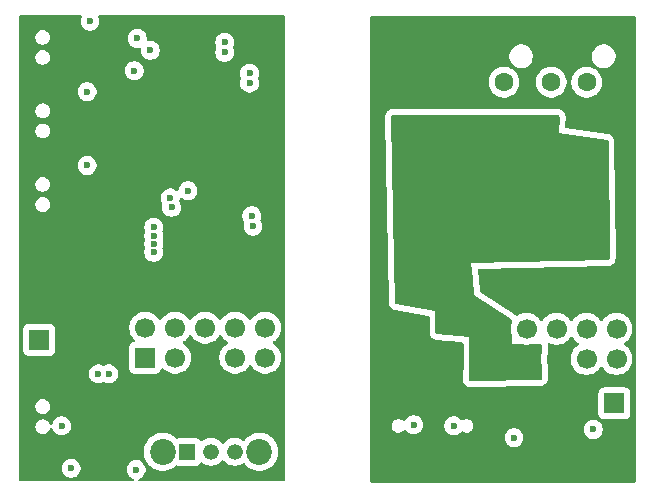
<source format=gbr>
%TF.GenerationSoftware,KiCad,Pcbnew,9.0.4*%
%TF.CreationDate,2025-09-28T00:45:50+02:00*%
%TF.ProjectId,BTM308-host,42544d33-3038-42d6-986f-73742e6b6963,rev?*%
%TF.SameCoordinates,Original*%
%TF.FileFunction,Copper,L2,Inr*%
%TF.FilePolarity,Positive*%
%FSLAX46Y46*%
G04 Gerber Fmt 4.6, Leading zero omitted, Abs format (unit mm)*
G04 Created by KiCad (PCBNEW 9.0.4) date 2025-09-28 00:45:50*
%MOMM*%
%LPD*%
G01*
G04 APERTURE LIST*
%TA.AperFunction,ComponentPad*%
%ADD10R,1.700000X1.700000*%
%TD*%
%TA.AperFunction,ComponentPad*%
%ADD11R,1.337000X1.337000*%
%TD*%
%TA.AperFunction,ComponentPad*%
%ADD12C,1.337000*%
%TD*%
%TA.AperFunction,ComponentPad*%
%ADD13C,2.190000*%
%TD*%
%TA.AperFunction,ComponentPad*%
%ADD14C,1.700000*%
%TD*%
%TA.AperFunction,ComponentPad*%
%ADD15C,1.600000*%
%TD*%
%TA.AperFunction,HeatsinkPad*%
%ADD16O,1.000000X2.100000*%
%TD*%
%TA.AperFunction,HeatsinkPad*%
%ADD17O,1.000000X1.600000*%
%TD*%
%TA.AperFunction,ViaPad*%
%ADD18C,0.600000*%
%TD*%
G04 APERTURE END LIST*
D10*
%TO.N,Net-(J6-Pin_1)*%
%TO.C,J6*%
X116700000Y-83500000D03*
%TD*%
%TO.N,GND*%
%TO.C,J7*%
X116700000Y-79300000D03*
%TD*%
D11*
%TO.N,/MFB*%
%TO.C,SW4*%
X129250000Y-93000000D03*
D12*
%TO.N,/VBAT*%
X131250000Y-93000000D03*
%TO.N,N/C*%
X133250000Y-93000000D03*
D13*
X127150000Y-93000000D03*
X135350000Y-93000000D03*
%TD*%
D14*
%TO.N,/SPK_BN*%
%TO.C,J5*%
X135830000Y-82485000D03*
%TO.N,/VBAT*%
X135830000Y-85025000D03*
%TO.N,/SPK_BP*%
X133290000Y-82485000D03*
%TO.N,/VCHG*%
X133290000Y-85025000D03*
%TO.N,/SPK_AP*%
X130750000Y-82485000D03*
%TO.N,GND*%
X130750000Y-85025000D03*
%TO.N,/SPK_AN*%
X128210000Y-82485000D03*
%TO.N,AGND*%
X128210000Y-85025000D03*
X125670000Y-82485000D03*
D10*
X125670000Y-85025000D03*
%TD*%
%TO.N,AGND*%
%TO.C,J1*%
X155420000Y-85127500D03*
D14*
X155420000Y-82587500D03*
X157960000Y-85127500D03*
%TO.N,/SPK_AN*%
X157960000Y-82587500D03*
%TO.N,GND*%
X160500000Y-85127500D03*
%TO.N,/SPK_AP*%
X160500000Y-82587500D03*
%TO.N,/VCHG*%
X163040000Y-85127500D03*
%TO.N,/SPK_BP*%
X163040000Y-82587500D03*
%TO.N,/VBAT*%
X165580000Y-85127500D03*
%TO.N,/SPK_BN*%
X165580000Y-82587500D03*
%TD*%
D10*
%TO.N,GND*%
%TO.C,J4*%
X165400000Y-93800000D03*
%TD*%
%TO.N,/VBAT*%
%TO.C,J3*%
X165400000Y-88900000D03*
%TD*%
D15*
%TO.N,GND*%
%TO.C,U3*%
X155050000Y-57300000D03*
%TO.N,Net-(U3-Tip)*%
X156050000Y-61700000D03*
%TO.N,Net-(U3-Ring1)*%
X160050000Y-61700000D03*
%TO.N,unconnected-(U3-Ring2-Pad4)*%
X163050000Y-61700000D03*
%TD*%
D16*
%TO.N,GND*%
%TO.C,J2*%
X145680000Y-90267500D03*
D17*
X145680000Y-94447500D03*
D16*
X154320000Y-90267500D03*
D17*
X154320000Y-94447500D03*
%TD*%
D18*
%TO.N,GND*%
X163800000Y-78400000D03*
X164600000Y-63400000D03*
X165200000Y-61100000D03*
X162400000Y-59100000D03*
X159300000Y-59200000D03*
X153300000Y-59500000D03*
X145600000Y-57800000D03*
X128700000Y-57400000D03*
X126700000Y-56700000D03*
X130800000Y-68900000D03*
X128500000Y-65800000D03*
X131400000Y-63500000D03*
X120700000Y-74900000D03*
X120600000Y-81300000D03*
X117500000Y-94100000D03*
X130400000Y-74300000D03*
X127700000Y-88000000D03*
X131300000Y-88000000D03*
X115800000Y-86600000D03*
X117700000Y-75600000D03*
X120600000Y-79300000D03*
X120700000Y-83500000D03*
X117700000Y-86800000D03*
X134900000Y-88000000D03*
X133400000Y-94900000D03*
X115800000Y-90100000D03*
X115900000Y-94000000D03*
%TO.N,/MFB*%
X129300000Y-70900000D03*
%TO.N,Net-(U1-PIO8)*%
X120750000Y-62500000D03*
X125000000Y-58000000D03*
%TO.N,Net-(U1-PIO1)*%
X126100000Y-59000000D03*
X120750000Y-68750000D03*
%TO.N,Net-(U1-PIO0)*%
X124750000Y-60731671D03*
X121000000Y-56550000D03*
%TO.N,GND*%
X129200000Y-75600000D03*
X134500000Y-67200000D03*
X134600000Y-63800000D03*
%TO.N,/SPK_AP*%
X132400000Y-58325000D03*
%TO.N,GND*%
X128400000Y-63300000D03*
%TO.N,/SPK_AN*%
X132400000Y-59175000D03*
%TO.N,GND*%
X128500000Y-68300000D03*
X131000000Y-61100000D03*
X130600000Y-65700000D03*
%TO.N,/VBAT*%
X134700000Y-73000000D03*
X118600000Y-90800000D03*
%TO.N,/LED0*%
X122600000Y-86400000D03*
%TO.N,/LED2*%
X121700000Y-86400000D03*
%TO.N,GND*%
X124000000Y-79200000D03*
%TO.N,/VBAT*%
X124900000Y-94500000D03*
X119400000Y-94400000D03*
%TO.N,GND*%
X134800000Y-75800000D03*
%TO.N,AGND*%
X126400000Y-75400000D03*
X126400000Y-76100000D03*
X126400000Y-74700000D03*
X126400000Y-74000000D03*
%TO.N,GND*%
X119900000Y-61300000D03*
%TO.N,/SPK_BN*%
X134506472Y-61775000D03*
%TO.N,GND*%
X118300000Y-58800000D03*
X115600000Y-65300000D03*
%TO.N,/SPK_BP*%
X134506472Y-60925000D03*
%TO.N,GND*%
X116000000Y-58900000D03*
X134800000Y-75200000D03*
%TO.N,/VBAT*%
X134800000Y-73900000D03*
%TO.N,GND*%
X119700000Y-67700000D03*
%TO.N,/LED2*%
X127800000Y-71500000D03*
%TO.N,/LED0*%
X127900000Y-72293726D03*
%TO.N,GND*%
X118400000Y-65000000D03*
X132400000Y-80300000D03*
X129600000Y-94900000D03*
X115800000Y-71800000D03*
X118500000Y-71300000D03*
X128700000Y-89900000D03*
X132300000Y-89900000D03*
X135900000Y-89900000D03*
X162800000Y-88500000D03*
X163700000Y-87300000D03*
X161500000Y-87400000D03*
X166000000Y-91700000D03*
X163400000Y-93800000D03*
X163300000Y-95000000D03*
X160200000Y-95000000D03*
X155900000Y-89700000D03*
X156200000Y-95000000D03*
X154500000Y-92500000D03*
X150300000Y-91200000D03*
X150100000Y-93100000D03*
X152800000Y-95000000D03*
X150500000Y-95000000D03*
X147900000Y-95000000D03*
X145500000Y-92400000D03*
X145500000Y-81100000D03*
X145500000Y-76300000D03*
X145400000Y-73700000D03*
X145300000Y-68400000D03*
X145300000Y-62400000D03*
X148700000Y-59600000D03*
X147500000Y-57600000D03*
X152700000Y-57500000D03*
X157400000Y-57300000D03*
X166700000Y-57500000D03*
X162300000Y-57400000D03*
X166600000Y-59500000D03*
X166400000Y-64500000D03*
X166200000Y-69100000D03*
X166100000Y-75000000D03*
X166100000Y-62300000D03*
X164700000Y-57500000D03*
X159800000Y-57500000D03*
X150300000Y-58000000D03*
X146500000Y-60000000D03*
X145400000Y-65200000D03*
X145500000Y-71000000D03*
X145500000Y-78600000D03*
X161200000Y-94100000D03*
X152400000Y-93000000D03*
X148000000Y-92700000D03*
X154500000Y-79400000D03*
X159500000Y-63400000D03*
X157400000Y-63400000D03*
X152700000Y-62600000D03*
X151600000Y-61800000D03*
X166100000Y-72000000D03*
X164500000Y-79700000D03*
X160000000Y-80300000D03*
X158900000Y-79200000D03*
X159000000Y-91800000D03*
X160800000Y-91600000D03*
%TO.N,/VBAT*%
X163600000Y-91100000D03*
%TO.N,/VCHG*%
X156900000Y-91800000D03*
X151800000Y-90800000D03*
X148400000Y-90700000D03*
%TO.N,GND*%
X146900000Y-85800000D03*
X145500000Y-83500000D03*
X148000000Y-81500000D03*
%TO.N,AGND*%
X152500000Y-82500000D03*
X150750000Y-80500000D03*
X150750000Y-78250000D03*
X150750000Y-75750000D03*
X148500000Y-64750000D03*
X150750000Y-64750000D03*
X150750000Y-67000000D03*
X150750000Y-69250000D03*
X150750000Y-71500000D03*
X155750000Y-69750000D03*
%TD*%
%TA.AperFunction,Conductor*%
%TO.N,AGND*%
G36*
X160630988Y-64489988D02*
G01*
X160698024Y-64509678D01*
X160743774Y-64562486D01*
X160754877Y-64618911D01*
X160699999Y-65999999D01*
X160700000Y-65999999D01*
X160700000Y-66000000D01*
X164794592Y-66584941D01*
X164858173Y-66613909D01*
X164896001Y-66672653D01*
X164901049Y-66706473D01*
X164998792Y-76627413D01*
X164979769Y-76694644D01*
X164927418Y-76740916D01*
X164877436Y-76752607D01*
X153249999Y-76999999D01*
X153249999Y-77000000D01*
X153399782Y-78397973D01*
X153400149Y-78402023D01*
X153499999Y-79750000D01*
X156632192Y-81713757D01*
X156678535Y-81766045D01*
X156690323Y-81818228D01*
X156691661Y-82100502D01*
X156685593Y-82139407D01*
X156642754Y-82271253D01*
X156609500Y-82481213D01*
X156609500Y-82693786D01*
X156642754Y-82903744D01*
X156690275Y-83050001D01*
X156696343Y-83087731D01*
X156700000Y-83858426D01*
X157481559Y-83858426D01*
X157519877Y-83864494D01*
X157643757Y-83904746D01*
X157853713Y-83938000D01*
X157853714Y-83938000D01*
X158066286Y-83938000D01*
X158066287Y-83938000D01*
X158276243Y-83904746D01*
X158400122Y-83864494D01*
X158438441Y-83858426D01*
X159120201Y-83858426D01*
X159187240Y-83878111D01*
X159232995Y-83930915D01*
X159244201Y-83982181D01*
X159245417Y-84598515D01*
X159239348Y-84637078D01*
X159182754Y-84811252D01*
X159182754Y-84811255D01*
X159149500Y-85021213D01*
X159149500Y-85233786D01*
X159182753Y-85443740D01*
X159241447Y-85624382D01*
X159247516Y-85662455D01*
X159249758Y-86798915D01*
X159230205Y-86865994D01*
X159177492Y-86911853D01*
X159127824Y-86923143D01*
X153227991Y-87021473D01*
X153160633Y-87002908D01*
X153114005Y-86950874D01*
X153101943Y-86895404D01*
X153126399Y-85443740D01*
X153130000Y-85230023D01*
X153130000Y-83270000D01*
X150362426Y-83010539D01*
X150297516Y-82984682D01*
X150256890Y-82927838D01*
X150250000Y-82887080D01*
X150250000Y-81050000D01*
X150249999Y-81049999D01*
X146933935Y-80496918D01*
X146871047Y-80466473D01*
X146834603Y-80406861D01*
X146830362Y-80377186D01*
X146760141Y-77000000D01*
X146502632Y-64615336D01*
X146520918Y-64547903D01*
X146572760Y-64501060D01*
X146626615Y-64488759D01*
X160630988Y-64489988D01*
G37*
%TD.AperFunction*%
%TD*%
%TA.AperFunction,Conductor*%
%TO.N,GND*%
G36*
X167141600Y-56120471D02*
G01*
X167187355Y-56173275D01*
X167198561Y-56224786D01*
X167198561Y-95476786D01*
X167178876Y-95543825D01*
X167126072Y-95589580D01*
X167074561Y-95600786D01*
X144824500Y-95600786D01*
X144757461Y-95581101D01*
X144711706Y-95528297D01*
X144700500Y-95476786D01*
X144700500Y-91721153D01*
X156099500Y-91721153D01*
X156099500Y-91878846D01*
X156130261Y-92033489D01*
X156130264Y-92033501D01*
X156190602Y-92179172D01*
X156190609Y-92179185D01*
X156278210Y-92310288D01*
X156278213Y-92310292D01*
X156389707Y-92421786D01*
X156389711Y-92421789D01*
X156520814Y-92509390D01*
X156520827Y-92509397D01*
X156666498Y-92569735D01*
X156666503Y-92569737D01*
X156821153Y-92600499D01*
X156821156Y-92600500D01*
X156821158Y-92600500D01*
X156978844Y-92600500D01*
X156978845Y-92600499D01*
X157133497Y-92569737D01*
X157279179Y-92509394D01*
X157410289Y-92421789D01*
X157521789Y-92310289D01*
X157609394Y-92179179D01*
X157669737Y-92033497D01*
X157700500Y-91878842D01*
X157700500Y-91721158D01*
X157700500Y-91721155D01*
X157700499Y-91721153D01*
X157678447Y-91610292D01*
X157669737Y-91566503D01*
X157642398Y-91500500D01*
X157609397Y-91420827D01*
X157609390Y-91420814D01*
X157521789Y-91289711D01*
X157521786Y-91289707D01*
X157410292Y-91178213D01*
X157410288Y-91178210D01*
X157320429Y-91118168D01*
X157279185Y-91090609D01*
X157279172Y-91090602D01*
X157133501Y-91030264D01*
X157133489Y-91030261D01*
X157087701Y-91021153D01*
X162799500Y-91021153D01*
X162799500Y-91178846D01*
X162830261Y-91333489D01*
X162830264Y-91333501D01*
X162890602Y-91479172D01*
X162890609Y-91479185D01*
X162978210Y-91610288D01*
X162978213Y-91610292D01*
X163089707Y-91721786D01*
X163089711Y-91721789D01*
X163220814Y-91809390D01*
X163220827Y-91809397D01*
X163366498Y-91869735D01*
X163366503Y-91869737D01*
X163521153Y-91900499D01*
X163521156Y-91900500D01*
X163521158Y-91900500D01*
X163678844Y-91900500D01*
X163678845Y-91900499D01*
X163833497Y-91869737D01*
X163979179Y-91809394D01*
X164110289Y-91721789D01*
X164221789Y-91610289D01*
X164309394Y-91479179D01*
X164369737Y-91333497D01*
X164400500Y-91178842D01*
X164400500Y-91021158D01*
X164400500Y-91021155D01*
X164400499Y-91021153D01*
X164371082Y-90873265D01*
X164369737Y-90866503D01*
X164333427Y-90778842D01*
X164309397Y-90720827D01*
X164309390Y-90720814D01*
X164221789Y-90589711D01*
X164221786Y-90589707D01*
X164110292Y-90478213D01*
X164110288Y-90478210D01*
X163979185Y-90390609D01*
X163979172Y-90390602D01*
X163833501Y-90330264D01*
X163833489Y-90330261D01*
X163678845Y-90299500D01*
X163678842Y-90299500D01*
X163521158Y-90299500D01*
X163521155Y-90299500D01*
X163366510Y-90330261D01*
X163366498Y-90330264D01*
X163220827Y-90390602D01*
X163220814Y-90390609D01*
X163089711Y-90478210D01*
X163089707Y-90478213D01*
X162978213Y-90589707D01*
X162978210Y-90589711D01*
X162890609Y-90720814D01*
X162890602Y-90720827D01*
X162830264Y-90866498D01*
X162830261Y-90866510D01*
X162799500Y-91021153D01*
X157087701Y-91021153D01*
X156978845Y-90999500D01*
X156978842Y-90999500D01*
X156821158Y-90999500D01*
X156821155Y-90999500D01*
X156666510Y-91030261D01*
X156666498Y-91030264D01*
X156520827Y-91090602D01*
X156520814Y-91090609D01*
X156389711Y-91178210D01*
X156389707Y-91178213D01*
X156278213Y-91289707D01*
X156278210Y-91289711D01*
X156190609Y-91420814D01*
X156190602Y-91420827D01*
X156130264Y-91566498D01*
X156130261Y-91566510D01*
X156099500Y-91721153D01*
X144700500Y-91721153D01*
X144700500Y-90721734D01*
X146534500Y-90721734D01*
X146534500Y-90873265D01*
X146573719Y-91019636D01*
X146608093Y-91079172D01*
X146649485Y-91150865D01*
X146756635Y-91258015D01*
X146887865Y-91333781D01*
X147034234Y-91373000D01*
X147034236Y-91373000D01*
X147185764Y-91373000D01*
X147185766Y-91373000D01*
X147332135Y-91333781D01*
X147463365Y-91258015D01*
X147564380Y-91156999D01*
X147625699Y-91123517D01*
X147695391Y-91128501D01*
X147751325Y-91170372D01*
X147755160Y-91175791D01*
X147778213Y-91210292D01*
X147889707Y-91321786D01*
X147889711Y-91321789D01*
X148020814Y-91409390D01*
X148020827Y-91409397D01*
X148166498Y-91469735D01*
X148166503Y-91469737D01*
X148321153Y-91500499D01*
X148321156Y-91500500D01*
X148321158Y-91500500D01*
X148478844Y-91500500D01*
X148478845Y-91500499D01*
X148633497Y-91469737D01*
X148751592Y-91420821D01*
X148779172Y-91409397D01*
X148779172Y-91409396D01*
X148779179Y-91409394D01*
X148910289Y-91321789D01*
X149021789Y-91210289D01*
X149109394Y-91079179D01*
X149169737Y-90933497D01*
X149200500Y-90778842D01*
X149200500Y-90721153D01*
X150999500Y-90721153D01*
X150999500Y-90878846D01*
X151030261Y-91033489D01*
X151030264Y-91033501D01*
X151090602Y-91179172D01*
X151090609Y-91179185D01*
X151178210Y-91310288D01*
X151178213Y-91310292D01*
X151289707Y-91421786D01*
X151289711Y-91421789D01*
X151420814Y-91509390D01*
X151420827Y-91509397D01*
X151558683Y-91566498D01*
X151566503Y-91569737D01*
X151721153Y-91600499D01*
X151721156Y-91600500D01*
X151721158Y-91600500D01*
X151878844Y-91600500D01*
X151878845Y-91600499D01*
X151889179Y-91598443D01*
X151914287Y-91593450D01*
X151914292Y-91593449D01*
X151999800Y-91576439D01*
X152033497Y-91569737D01*
X152179179Y-91509394D01*
X152310289Y-91421789D01*
X152359079Y-91372999D01*
X152426097Y-91305982D01*
X152427144Y-91307029D01*
X152478803Y-91271828D01*
X152548648Y-91269946D01*
X152578926Y-91282432D01*
X152667865Y-91333781D01*
X152814234Y-91373000D01*
X152814236Y-91373000D01*
X152965764Y-91373000D01*
X152965766Y-91373000D01*
X153112135Y-91333781D01*
X153243365Y-91258015D01*
X153350515Y-91150865D01*
X153426281Y-91019635D01*
X153465500Y-90873266D01*
X153465500Y-90721734D01*
X153426281Y-90575365D01*
X153350515Y-90444135D01*
X153243365Y-90336985D01*
X153167803Y-90293359D01*
X153112136Y-90261219D01*
X153038950Y-90241609D01*
X152965766Y-90222000D01*
X152814234Y-90222000D01*
X152667865Y-90261219D01*
X152667864Y-90261219D01*
X152667862Y-90261220D01*
X152667861Y-90261220D01*
X152576146Y-90314172D01*
X152508245Y-90330645D01*
X152442219Y-90307792D01*
X152426755Y-90293359D01*
X152426097Y-90294018D01*
X152310292Y-90178213D01*
X152310288Y-90178210D01*
X152179185Y-90090609D01*
X152179172Y-90090602D01*
X152033501Y-90030264D01*
X152033489Y-90030261D01*
X151878845Y-89999500D01*
X151878842Y-89999500D01*
X151721158Y-89999500D01*
X151721155Y-89999500D01*
X151566510Y-90030261D01*
X151566498Y-90030264D01*
X151420827Y-90090602D01*
X151420814Y-90090609D01*
X151289711Y-90178210D01*
X151289707Y-90178213D01*
X151178213Y-90289707D01*
X151178210Y-90289711D01*
X151090609Y-90420814D01*
X151090602Y-90420827D01*
X151030264Y-90566498D01*
X151030261Y-90566510D01*
X150999500Y-90721153D01*
X149200500Y-90721153D01*
X149200500Y-90621158D01*
X149200500Y-90621155D01*
X149200499Y-90621153D01*
X149172066Y-90478211D01*
X149169737Y-90466503D01*
X149136762Y-90386894D01*
X149109397Y-90320827D01*
X149109390Y-90320814D01*
X149021789Y-90189711D01*
X149021786Y-90189707D01*
X148910292Y-90078213D01*
X148910288Y-90078210D01*
X148779185Y-89990609D01*
X148779172Y-89990602D01*
X148633501Y-89930264D01*
X148633489Y-89930261D01*
X148478845Y-89899500D01*
X148478842Y-89899500D01*
X148321158Y-89899500D01*
X148321155Y-89899500D01*
X148166510Y-89930261D01*
X148166498Y-89930264D01*
X148020827Y-89990602D01*
X148020814Y-89990609D01*
X147889711Y-90078210D01*
X147889707Y-90078213D01*
X147778213Y-90189707D01*
X147778210Y-90189711D01*
X147690609Y-90320814D01*
X147690604Y-90320824D01*
X147690332Y-90321482D01*
X147690097Y-90321773D01*
X147687736Y-90326191D01*
X147686898Y-90325743D01*
X147646491Y-90375885D01*
X147580197Y-90397950D01*
X147512497Y-90380671D01*
X147488090Y-90361710D01*
X147463367Y-90336987D01*
X147463365Y-90336985D01*
X147387803Y-90293359D01*
X147332136Y-90261219D01*
X147258950Y-90241609D01*
X147185766Y-90222000D01*
X147034234Y-90222000D01*
X146887863Y-90261219D01*
X146756635Y-90336985D01*
X146756632Y-90336987D01*
X146649487Y-90444132D01*
X146649485Y-90444135D01*
X146573719Y-90575363D01*
X146534500Y-90721734D01*
X144700500Y-90721734D01*
X144700500Y-88002135D01*
X164049500Y-88002135D01*
X164049500Y-89797870D01*
X164049501Y-89797876D01*
X164055908Y-89857483D01*
X164106202Y-89992328D01*
X164106206Y-89992335D01*
X164192452Y-90107544D01*
X164192455Y-90107547D01*
X164307664Y-90193793D01*
X164307671Y-90193797D01*
X164442517Y-90244091D01*
X164442516Y-90244091D01*
X164449444Y-90244835D01*
X164502127Y-90250500D01*
X166297872Y-90250499D01*
X166357483Y-90244091D01*
X166492331Y-90193796D01*
X166607546Y-90107546D01*
X166693796Y-89992331D01*
X166744091Y-89857483D01*
X166750500Y-89797873D01*
X166750499Y-88002128D01*
X166744091Y-87942517D01*
X166693796Y-87807669D01*
X166693795Y-87807668D01*
X166693793Y-87807664D01*
X166607547Y-87692455D01*
X166607544Y-87692452D01*
X166492335Y-87606206D01*
X166492328Y-87606202D01*
X166357482Y-87555908D01*
X166357483Y-87555908D01*
X166297883Y-87549501D01*
X166297881Y-87549500D01*
X166297873Y-87549500D01*
X166297864Y-87549500D01*
X164502129Y-87549500D01*
X164502123Y-87549501D01*
X164442516Y-87555908D01*
X164307671Y-87606202D01*
X164307664Y-87606206D01*
X164192455Y-87692452D01*
X164192452Y-87692455D01*
X164106206Y-87807664D01*
X164106202Y-87807671D01*
X164055908Y-87942517D01*
X164049501Y-88002116D01*
X164049501Y-88002123D01*
X164049500Y-88002135D01*
X144700500Y-88002135D01*
X144700500Y-64625843D01*
X145997241Y-64625843D01*
X146324970Y-80387683D01*
X146329946Y-80448697D01*
X146329947Y-80448704D01*
X146334188Y-80478382D01*
X146346499Y-80538331D01*
X146346502Y-80538342D01*
X146403315Y-80670529D01*
X146403316Y-80670530D01*
X146437009Y-80725643D01*
X146438044Y-80727509D01*
X146439760Y-80730142D01*
X146439763Y-80730148D01*
X146531519Y-80840974D01*
X146650781Y-80921460D01*
X146713669Y-80951905D01*
X146850772Y-80995530D01*
X149640902Y-81460891D01*
X149703788Y-81491335D01*
X149740232Y-81550947D01*
X149744500Y-81583200D01*
X149744500Y-82887076D01*
X149744501Y-82887101D01*
X149751572Y-82971341D01*
X149751572Y-82971343D01*
X149758459Y-83012083D01*
X149758461Y-83012092D01*
X149758462Y-83012096D01*
X149779477Y-83093992D01*
X149844176Y-83218963D01*
X149845628Y-83221766D01*
X149886253Y-83278610D01*
X149957358Y-83352926D01*
X149985718Y-83382567D01*
X150110446Y-83454293D01*
X150110447Y-83454293D01*
X150110450Y-83454295D01*
X150136408Y-83464635D01*
X150173457Y-83479393D01*
X150175154Y-83480102D01*
X150175357Y-83480150D01*
X150175359Y-83480152D01*
X150315242Y-83513832D01*
X152512074Y-83719785D01*
X152576984Y-83745642D01*
X152617610Y-83802486D01*
X152624500Y-83843244D01*
X152624500Y-85224760D01*
X152624482Y-85226849D01*
X152596514Y-86886882D01*
X152596514Y-86886890D01*
X152607983Y-87002795D01*
X152607985Y-87002810D01*
X152607986Y-87002815D01*
X152620048Y-87058285D01*
X152657748Y-87168498D01*
X152737537Y-87288219D01*
X152737539Y-87288221D01*
X152737542Y-87288225D01*
X152777130Y-87332403D01*
X152784169Y-87340258D01*
X152894458Y-87432653D01*
X152894459Y-87432653D01*
X152894461Y-87432655D01*
X153026317Y-87490237D01*
X153090534Y-87507936D01*
X153092498Y-87508534D01*
X153093675Y-87508802D01*
X153093678Y-87508803D01*
X153236415Y-87526903D01*
X159136248Y-87428573D01*
X159239871Y-87416069D01*
X159289539Y-87404779D01*
X159388394Y-87371256D01*
X159509279Y-87293229D01*
X159561992Y-87247370D01*
X159655995Y-87138451D01*
X159715508Y-87007456D01*
X159734407Y-86942619D01*
X159734920Y-86940976D01*
X159735060Y-86940382D01*
X159735061Y-86940377D01*
X159735062Y-86940374D01*
X159755257Y-86797918D01*
X159753015Y-85661458D01*
X159746714Y-85582881D01*
X159740645Y-85544808D01*
X159722206Y-85468174D01*
X159678822Y-85334651D01*
X159674280Y-85315731D01*
X159656527Y-85203641D01*
X159655000Y-85184243D01*
X159655000Y-85070752D01*
X159656527Y-85051355D01*
X159661301Y-85021213D01*
X159674280Y-84939260D01*
X159678822Y-84920345D01*
X159720103Y-84793298D01*
X159720106Y-84793290D01*
X159738702Y-84715666D01*
X159744771Y-84677103D01*
X159750916Y-84597518D01*
X159749700Y-83981184D01*
X159744521Y-83933679D01*
X159756824Y-83864904D01*
X159804359Y-83813696D01*
X159872032Y-83796316D01*
X159924084Y-83809757D01*
X159981588Y-83839057D01*
X160183757Y-83904746D01*
X160393713Y-83938000D01*
X160393714Y-83938000D01*
X160606286Y-83938000D01*
X160606287Y-83938000D01*
X160816243Y-83904746D01*
X161018412Y-83839057D01*
X161207816Y-83742551D01*
X161239151Y-83719785D01*
X161379786Y-83617609D01*
X161379788Y-83617606D01*
X161379792Y-83617604D01*
X161530104Y-83467292D01*
X161530106Y-83467288D01*
X161530109Y-83467286D01*
X161655048Y-83295320D01*
X161655047Y-83295320D01*
X161655051Y-83295316D01*
X161659514Y-83286554D01*
X161707488Y-83235759D01*
X161775308Y-83218963D01*
X161841444Y-83241499D01*
X161880486Y-83286556D01*
X161884951Y-83295320D01*
X162009890Y-83467286D01*
X162160213Y-83617609D01*
X162332182Y-83742550D01*
X162340946Y-83747016D01*
X162391742Y-83794991D01*
X162408536Y-83862812D01*
X162385998Y-83928947D01*
X162340946Y-83967984D01*
X162332182Y-83972449D01*
X162160213Y-84097390D01*
X162009890Y-84247713D01*
X161884951Y-84419679D01*
X161788444Y-84609085D01*
X161722753Y-84811260D01*
X161705476Y-84920345D01*
X161689500Y-85021213D01*
X161689500Y-85233787D01*
X161722754Y-85443743D01*
X161755590Y-85544802D01*
X161788444Y-85645914D01*
X161884951Y-85835320D01*
X162009890Y-86007286D01*
X162160213Y-86157609D01*
X162332179Y-86282548D01*
X162332181Y-86282549D01*
X162332184Y-86282551D01*
X162521588Y-86379057D01*
X162723757Y-86444746D01*
X162933713Y-86478000D01*
X162933714Y-86478000D01*
X163146286Y-86478000D01*
X163146287Y-86478000D01*
X163356243Y-86444746D01*
X163558412Y-86379057D01*
X163747816Y-86282551D01*
X163769789Y-86266586D01*
X163919786Y-86157609D01*
X163919788Y-86157606D01*
X163919792Y-86157604D01*
X164070104Y-86007292D01*
X164070106Y-86007288D01*
X164070109Y-86007286D01*
X164195048Y-85835320D01*
X164195047Y-85835320D01*
X164195051Y-85835316D01*
X164199514Y-85826554D01*
X164247488Y-85775759D01*
X164315308Y-85758963D01*
X164381444Y-85781499D01*
X164420486Y-85826556D01*
X164424951Y-85835320D01*
X164549890Y-86007286D01*
X164700213Y-86157609D01*
X164872179Y-86282548D01*
X164872181Y-86282549D01*
X164872184Y-86282551D01*
X165061588Y-86379057D01*
X165263757Y-86444746D01*
X165473713Y-86478000D01*
X165473714Y-86478000D01*
X165686286Y-86478000D01*
X165686287Y-86478000D01*
X165896243Y-86444746D01*
X166098412Y-86379057D01*
X166287816Y-86282551D01*
X166309789Y-86266586D01*
X166459786Y-86157609D01*
X166459788Y-86157606D01*
X166459792Y-86157604D01*
X166610104Y-86007292D01*
X166610106Y-86007288D01*
X166610109Y-86007286D01*
X166735048Y-85835320D01*
X166735047Y-85835320D01*
X166735051Y-85835316D01*
X166831557Y-85645912D01*
X166897246Y-85443743D01*
X166930500Y-85233787D01*
X166930500Y-85021213D01*
X166897246Y-84811257D01*
X166831557Y-84609088D01*
X166735051Y-84419684D01*
X166735049Y-84419681D01*
X166735048Y-84419679D01*
X166610109Y-84247713D01*
X166459786Y-84097390D01*
X166287820Y-83972451D01*
X166287115Y-83972091D01*
X166279054Y-83967985D01*
X166228259Y-83920012D01*
X166211463Y-83852192D01*
X166233999Y-83786056D01*
X166279054Y-83747015D01*
X166287816Y-83742551D01*
X166319151Y-83719785D01*
X166459786Y-83617609D01*
X166459788Y-83617606D01*
X166459792Y-83617604D01*
X166610104Y-83467292D01*
X166610106Y-83467288D01*
X166610109Y-83467286D01*
X166735048Y-83295320D01*
X166735047Y-83295320D01*
X166735051Y-83295316D01*
X166831557Y-83105912D01*
X166897246Y-82903743D01*
X166930500Y-82693787D01*
X166930500Y-82481213D01*
X166897246Y-82271257D01*
X166831557Y-82069088D01*
X166735051Y-81879684D01*
X166735049Y-81879681D01*
X166735048Y-81879679D01*
X166610109Y-81707713D01*
X166459786Y-81557390D01*
X166287820Y-81432451D01*
X166098414Y-81335944D01*
X166098413Y-81335943D01*
X166098412Y-81335943D01*
X165896243Y-81270254D01*
X165896241Y-81270253D01*
X165896240Y-81270253D01*
X165734957Y-81244708D01*
X165686287Y-81237000D01*
X165473713Y-81237000D01*
X165425042Y-81244708D01*
X165263760Y-81270253D01*
X165061585Y-81335944D01*
X164872179Y-81432451D01*
X164700213Y-81557390D01*
X164549890Y-81707713D01*
X164424949Y-81879682D01*
X164420484Y-81888446D01*
X164372509Y-81939242D01*
X164304688Y-81956036D01*
X164238553Y-81933498D01*
X164199516Y-81888446D01*
X164195050Y-81879682D01*
X164070109Y-81707713D01*
X163919786Y-81557390D01*
X163747820Y-81432451D01*
X163558414Y-81335944D01*
X163558413Y-81335943D01*
X163558412Y-81335943D01*
X163356243Y-81270254D01*
X163356241Y-81270253D01*
X163356240Y-81270253D01*
X163194957Y-81244708D01*
X163146287Y-81237000D01*
X162933713Y-81237000D01*
X162885042Y-81244708D01*
X162723760Y-81270253D01*
X162521585Y-81335944D01*
X162332179Y-81432451D01*
X162160213Y-81557390D01*
X162009890Y-81707713D01*
X161884949Y-81879682D01*
X161880484Y-81888446D01*
X161832509Y-81939242D01*
X161764688Y-81956036D01*
X161698553Y-81933498D01*
X161659516Y-81888446D01*
X161655050Y-81879682D01*
X161530109Y-81707713D01*
X161379786Y-81557390D01*
X161207820Y-81432451D01*
X161018414Y-81335944D01*
X161018413Y-81335943D01*
X161018412Y-81335943D01*
X160816243Y-81270254D01*
X160816241Y-81270253D01*
X160816240Y-81270253D01*
X160654957Y-81244708D01*
X160606287Y-81237000D01*
X160393713Y-81237000D01*
X160345042Y-81244708D01*
X160183760Y-81270253D01*
X159981585Y-81335944D01*
X159792179Y-81432451D01*
X159620213Y-81557390D01*
X159469890Y-81707713D01*
X159344949Y-81879682D01*
X159340484Y-81888446D01*
X159292509Y-81939242D01*
X159224688Y-81956036D01*
X159158553Y-81933498D01*
X159119516Y-81888446D01*
X159115050Y-81879682D01*
X158990109Y-81707713D01*
X158839786Y-81557390D01*
X158667820Y-81432451D01*
X158478414Y-81335944D01*
X158478413Y-81335943D01*
X158478412Y-81335943D01*
X158276243Y-81270254D01*
X158276241Y-81270253D01*
X158276240Y-81270253D01*
X158114957Y-81244708D01*
X158066287Y-81237000D01*
X157853713Y-81237000D01*
X157805042Y-81244708D01*
X157643760Y-81270253D01*
X157441585Y-81335944D01*
X157252186Y-81432447D01*
X157225305Y-81451977D01*
X157159498Y-81475454D01*
X157091444Y-81459626D01*
X157059626Y-81433903D01*
X157010501Y-81378476D01*
X157010496Y-81378471D01*
X157010493Y-81378468D01*
X156900710Y-81285471D01*
X156900702Y-81285465D01*
X154038381Y-79490907D01*
X153992038Y-79438619D01*
X153980588Y-79395008D01*
X153904268Y-78364681D01*
X153903586Y-78356403D01*
X153903219Y-78352353D01*
X153902405Y-78344120D01*
X153825675Y-77627978D01*
X153838105Y-77559224D01*
X153885734Y-77508104D01*
X153946328Y-77490797D01*
X164888189Y-77257993D01*
X164992567Y-77244821D01*
X165042549Y-77233130D01*
X165141924Y-77198647D01*
X165262193Y-77119672D01*
X165313885Y-77073982D01*
X165314489Y-77073456D01*
X165314550Y-77073395D01*
X165314551Y-77073394D01*
X165407696Y-76963733D01*
X165466173Y-76832272D01*
X165485196Y-76765041D01*
X165504267Y-76622433D01*
X165406524Y-66701493D01*
X165401010Y-66631848D01*
X165395962Y-66598028D01*
X165380895Y-66529796D01*
X165321006Y-66398972D01*
X165283178Y-66340228D01*
X165188864Y-66231583D01*
X165067755Y-66153903D01*
X165046992Y-66144443D01*
X165004199Y-66124946D01*
X165004184Y-66124939D01*
X165004174Y-66124935D01*
X165004169Y-66124933D01*
X165004167Y-66124932D01*
X165004164Y-66124931D01*
X165004161Y-66124930D01*
X164866093Y-66084524D01*
X164866088Y-66084523D01*
X161334027Y-65579943D01*
X161270445Y-65550975D01*
X161232617Y-65492231D01*
X161227661Y-65452266D01*
X161259978Y-64638981D01*
X161250866Y-64521313D01*
X161239763Y-64464888D01*
X161203612Y-64352535D01*
X161125835Y-64231489D01*
X161091756Y-64192152D01*
X161086887Y-64184576D01*
X161080085Y-64178680D01*
X160971356Y-64084449D01*
X160840483Y-64024667D01*
X160840481Y-64024666D01*
X160840478Y-64024665D01*
X160773448Y-64004977D01*
X160769263Y-64004375D01*
X160759337Y-64002947D01*
X160631031Y-63984487D01*
X151012697Y-63983643D01*
X150988517Y-63981260D01*
X150828846Y-63949500D01*
X150828842Y-63949500D01*
X150671158Y-63949500D01*
X150671156Y-63949500D01*
X150511722Y-63981214D01*
X150487519Y-63983597D01*
X148761698Y-63983445D01*
X148737518Y-63981062D01*
X148578845Y-63949500D01*
X148578842Y-63949500D01*
X148421158Y-63949500D01*
X148421155Y-63949500D01*
X148262709Y-63981017D01*
X148238507Y-63983400D01*
X146626663Y-63983259D01*
X146626662Y-63983259D01*
X146626659Y-63983259D01*
X146626650Y-63983259D01*
X146626650Y-63983260D01*
X146514057Y-63995950D01*
X146460195Y-64008252D01*
X146460181Y-64008256D01*
X146353259Y-64045703D01*
X146353253Y-64045706D01*
X146233863Y-64125988D01*
X146233858Y-64125992D01*
X146182421Y-64172469D01*
X146182248Y-64172625D01*
X146182018Y-64172831D01*
X146133290Y-64231489D01*
X146090074Y-64283511D01*
X146090074Y-64283512D01*
X146033037Y-64415605D01*
X146014752Y-64483035D01*
X145997241Y-64625843D01*
X144700500Y-64625843D01*
X144700500Y-61597648D01*
X154749500Y-61597648D01*
X154749500Y-61802351D01*
X154781522Y-62004534D01*
X154844781Y-62199223D01*
X154937715Y-62381613D01*
X155058028Y-62547213D01*
X155202786Y-62691971D01*
X155357749Y-62804556D01*
X155368390Y-62812287D01*
X155484607Y-62871503D01*
X155550776Y-62905218D01*
X155550778Y-62905218D01*
X155550781Y-62905220D01*
X155655137Y-62939127D01*
X155745465Y-62968477D01*
X155846557Y-62984488D01*
X155947648Y-63000500D01*
X155947649Y-63000500D01*
X156152351Y-63000500D01*
X156152352Y-63000500D01*
X156354534Y-62968477D01*
X156549219Y-62905220D01*
X156731610Y-62812287D01*
X156824590Y-62744732D01*
X156897213Y-62691971D01*
X156897215Y-62691968D01*
X156897219Y-62691966D01*
X157041966Y-62547219D01*
X157041968Y-62547215D01*
X157041971Y-62547213D01*
X157094732Y-62474590D01*
X157162287Y-62381610D01*
X157255220Y-62199219D01*
X157318477Y-62004534D01*
X157350500Y-61802352D01*
X157350500Y-61597648D01*
X158749500Y-61597648D01*
X158749500Y-61802351D01*
X158781522Y-62004534D01*
X158844781Y-62199223D01*
X158937715Y-62381613D01*
X159058028Y-62547213D01*
X159202786Y-62691971D01*
X159357749Y-62804556D01*
X159368390Y-62812287D01*
X159484607Y-62871503D01*
X159550776Y-62905218D01*
X159550778Y-62905218D01*
X159550781Y-62905220D01*
X159655137Y-62939127D01*
X159745465Y-62968477D01*
X159846557Y-62984488D01*
X159947648Y-63000500D01*
X159947649Y-63000500D01*
X160152351Y-63000500D01*
X160152352Y-63000500D01*
X160354534Y-62968477D01*
X160549219Y-62905220D01*
X160731610Y-62812287D01*
X160824590Y-62744732D01*
X160897213Y-62691971D01*
X160897215Y-62691968D01*
X160897219Y-62691966D01*
X161041966Y-62547219D01*
X161041968Y-62547215D01*
X161041971Y-62547213D01*
X161094732Y-62474590D01*
X161162287Y-62381610D01*
X161255220Y-62199219D01*
X161318477Y-62004534D01*
X161350500Y-61802352D01*
X161350500Y-61597648D01*
X161749500Y-61597648D01*
X161749500Y-61802351D01*
X161781522Y-62004534D01*
X161844781Y-62199223D01*
X161937715Y-62381613D01*
X162058028Y-62547213D01*
X162202786Y-62691971D01*
X162357749Y-62804556D01*
X162368390Y-62812287D01*
X162484607Y-62871503D01*
X162550776Y-62905218D01*
X162550778Y-62905218D01*
X162550781Y-62905220D01*
X162655137Y-62939127D01*
X162745465Y-62968477D01*
X162846557Y-62984488D01*
X162947648Y-63000500D01*
X162947649Y-63000500D01*
X163152351Y-63000500D01*
X163152352Y-63000500D01*
X163354534Y-62968477D01*
X163549219Y-62905220D01*
X163731610Y-62812287D01*
X163824590Y-62744732D01*
X163897213Y-62691971D01*
X163897215Y-62691968D01*
X163897219Y-62691966D01*
X164041966Y-62547219D01*
X164041968Y-62547215D01*
X164041971Y-62547213D01*
X164094732Y-62474590D01*
X164162287Y-62381610D01*
X164255220Y-62199219D01*
X164318477Y-62004534D01*
X164350500Y-61802352D01*
X164350500Y-61597648D01*
X164318477Y-61395466D01*
X164255220Y-61200781D01*
X164255218Y-61200778D01*
X164255218Y-61200776D01*
X164221503Y-61134607D01*
X164162287Y-61018390D01*
X164154556Y-61007749D01*
X164041971Y-60852786D01*
X163897213Y-60708028D01*
X163731613Y-60587715D01*
X163731612Y-60587714D01*
X163731610Y-60587713D01*
X163674653Y-60558691D01*
X163549223Y-60494781D01*
X163354534Y-60431522D01*
X163179995Y-60403878D01*
X163152352Y-60399500D01*
X162947648Y-60399500D01*
X162923329Y-60403351D01*
X162745465Y-60431522D01*
X162550776Y-60494781D01*
X162368386Y-60587715D01*
X162202786Y-60708028D01*
X162058028Y-60852786D01*
X161937715Y-61018386D01*
X161844781Y-61200776D01*
X161781522Y-61395465D01*
X161749500Y-61597648D01*
X161350500Y-61597648D01*
X161318477Y-61395466D01*
X161255220Y-61200781D01*
X161255218Y-61200778D01*
X161255218Y-61200776D01*
X161221503Y-61134607D01*
X161162287Y-61018390D01*
X161154556Y-61007749D01*
X161041971Y-60852786D01*
X160897213Y-60708028D01*
X160731613Y-60587715D01*
X160731612Y-60587714D01*
X160731610Y-60587713D01*
X160674653Y-60558691D01*
X160549223Y-60494781D01*
X160354534Y-60431522D01*
X160179995Y-60403878D01*
X160152352Y-60399500D01*
X159947648Y-60399500D01*
X159923329Y-60403351D01*
X159745465Y-60431522D01*
X159550776Y-60494781D01*
X159368386Y-60587715D01*
X159202786Y-60708028D01*
X159058028Y-60852786D01*
X158937715Y-61018386D01*
X158844781Y-61200776D01*
X158781522Y-61395465D01*
X158749500Y-61597648D01*
X157350500Y-61597648D01*
X157318477Y-61395466D01*
X157255220Y-61200781D01*
X157255218Y-61200778D01*
X157255218Y-61200776D01*
X157221503Y-61134607D01*
X157162287Y-61018390D01*
X157154556Y-61007749D01*
X157041971Y-60852786D01*
X156897213Y-60708028D01*
X156731613Y-60587715D01*
X156731612Y-60587714D01*
X156731610Y-60587713D01*
X156674653Y-60558691D01*
X156549223Y-60494781D01*
X156354534Y-60431522D01*
X156179995Y-60403878D01*
X156152352Y-60399500D01*
X155947648Y-60399500D01*
X155923329Y-60403351D01*
X155745465Y-60431522D01*
X155550776Y-60494781D01*
X155368386Y-60587715D01*
X155202786Y-60708028D01*
X155058028Y-60852786D01*
X154937715Y-61018386D01*
X154844781Y-61200776D01*
X154781522Y-61395465D01*
X154749500Y-61597648D01*
X144700500Y-61597648D01*
X144700500Y-59598543D01*
X156499499Y-59598543D01*
X156537947Y-59791829D01*
X156537950Y-59791839D01*
X156613364Y-59973907D01*
X156613371Y-59973920D01*
X156722860Y-60137781D01*
X156722863Y-60137785D01*
X156862214Y-60277136D01*
X156862218Y-60277139D01*
X157026079Y-60386628D01*
X157026092Y-60386635D01*
X157134463Y-60431523D01*
X157208165Y-60462051D01*
X157208169Y-60462051D01*
X157208170Y-60462052D01*
X157401456Y-60500500D01*
X157401459Y-60500500D01*
X157598543Y-60500500D01*
X157728582Y-60474632D01*
X157791835Y-60462051D01*
X157973914Y-60386632D01*
X158137782Y-60277139D01*
X158277139Y-60137782D01*
X158386632Y-59973914D01*
X158462051Y-59791835D01*
X158500500Y-59598543D01*
X163499499Y-59598543D01*
X163537947Y-59791829D01*
X163537950Y-59791839D01*
X163613364Y-59973907D01*
X163613371Y-59973920D01*
X163722860Y-60137781D01*
X163722863Y-60137785D01*
X163862214Y-60277136D01*
X163862218Y-60277139D01*
X164026079Y-60386628D01*
X164026092Y-60386635D01*
X164134463Y-60431523D01*
X164208165Y-60462051D01*
X164208169Y-60462051D01*
X164208170Y-60462052D01*
X164401456Y-60500500D01*
X164401459Y-60500500D01*
X164598543Y-60500500D01*
X164728582Y-60474632D01*
X164791835Y-60462051D01*
X164973914Y-60386632D01*
X165137782Y-60277139D01*
X165277139Y-60137782D01*
X165386632Y-59973914D01*
X165462051Y-59791835D01*
X165500500Y-59598541D01*
X165500500Y-59401459D01*
X165500500Y-59401456D01*
X165462052Y-59208170D01*
X165462051Y-59208169D01*
X165462051Y-59208165D01*
X165462049Y-59208160D01*
X165386635Y-59026092D01*
X165386628Y-59026079D01*
X165277139Y-58862218D01*
X165277136Y-58862214D01*
X165137785Y-58722863D01*
X165137781Y-58722860D01*
X164973920Y-58613371D01*
X164973907Y-58613364D01*
X164791839Y-58537950D01*
X164791829Y-58537947D01*
X164598543Y-58499500D01*
X164598541Y-58499500D01*
X164401459Y-58499500D01*
X164401457Y-58499500D01*
X164208170Y-58537947D01*
X164208160Y-58537950D01*
X164026092Y-58613364D01*
X164026079Y-58613371D01*
X163862218Y-58722860D01*
X163862214Y-58722863D01*
X163722863Y-58862214D01*
X163722860Y-58862218D01*
X163613371Y-59026079D01*
X163613364Y-59026092D01*
X163537950Y-59208160D01*
X163537947Y-59208170D01*
X163499500Y-59401456D01*
X163499500Y-59401459D01*
X163499500Y-59598541D01*
X163499500Y-59598543D01*
X163499499Y-59598543D01*
X158500500Y-59598543D01*
X158500500Y-59598541D01*
X158500500Y-59401459D01*
X158500500Y-59401456D01*
X158462052Y-59208170D01*
X158462051Y-59208169D01*
X158462051Y-59208165D01*
X158462049Y-59208160D01*
X158386635Y-59026092D01*
X158386628Y-59026079D01*
X158277139Y-58862218D01*
X158277136Y-58862214D01*
X158137785Y-58722863D01*
X158137781Y-58722860D01*
X157973920Y-58613371D01*
X157973907Y-58613364D01*
X157791839Y-58537950D01*
X157791829Y-58537947D01*
X157598543Y-58499500D01*
X157598541Y-58499500D01*
X157401459Y-58499500D01*
X157401457Y-58499500D01*
X157208170Y-58537947D01*
X157208160Y-58537950D01*
X157026092Y-58613364D01*
X157026079Y-58613371D01*
X156862218Y-58722860D01*
X156862214Y-58722863D01*
X156722863Y-58862214D01*
X156722860Y-58862218D01*
X156613371Y-59026079D01*
X156613364Y-59026092D01*
X156537950Y-59208160D01*
X156537947Y-59208170D01*
X156499500Y-59401456D01*
X156499500Y-59401459D01*
X156499500Y-59598541D01*
X156499500Y-59598543D01*
X156499499Y-59598543D01*
X144700500Y-59598543D01*
X144700500Y-56224786D01*
X144720185Y-56157747D01*
X144772989Y-56111992D01*
X144824500Y-56100786D01*
X167074561Y-56100786D01*
X167141600Y-56120471D01*
G37*
%TD.AperFunction*%
%TD*%
%TA.AperFunction,Conductor*%
%TO.N,GND*%
G36*
X120242822Y-56019685D02*
G01*
X120288577Y-56072489D01*
X120298521Y-56141647D01*
X120290344Y-56171452D01*
X120230264Y-56316498D01*
X120230261Y-56316510D01*
X120199500Y-56471153D01*
X120199500Y-56628846D01*
X120230261Y-56783489D01*
X120230264Y-56783501D01*
X120290602Y-56929172D01*
X120290609Y-56929185D01*
X120378210Y-57060288D01*
X120378213Y-57060292D01*
X120489707Y-57171786D01*
X120489711Y-57171789D01*
X120620814Y-57259390D01*
X120620827Y-57259397D01*
X120766498Y-57319735D01*
X120766503Y-57319737D01*
X120896962Y-57345687D01*
X120921153Y-57350499D01*
X120921156Y-57350500D01*
X120921158Y-57350500D01*
X121078844Y-57350500D01*
X121078845Y-57350499D01*
X121233497Y-57319737D01*
X121379179Y-57259394D01*
X121510289Y-57171789D01*
X121621789Y-57060289D01*
X121709394Y-56929179D01*
X121769737Y-56783497D01*
X121800500Y-56628842D01*
X121800500Y-56471158D01*
X121800500Y-56471155D01*
X121800499Y-56471153D01*
X121769738Y-56316510D01*
X121769737Y-56316503D01*
X121769735Y-56316498D01*
X121709656Y-56171452D01*
X121702187Y-56101983D01*
X121733462Y-56039504D01*
X121793552Y-56003852D01*
X121824217Y-56000000D01*
X137376000Y-56000000D01*
X137443039Y-56019685D01*
X137488794Y-56072489D01*
X137500000Y-56124000D01*
X137500000Y-95376000D01*
X137480315Y-95443039D01*
X137427511Y-95488794D01*
X137376000Y-95500000D01*
X125200983Y-95500000D01*
X125133944Y-95480315D01*
X125088189Y-95427511D01*
X125078245Y-95358353D01*
X125107270Y-95294797D01*
X125153531Y-95261439D01*
X125279172Y-95209397D01*
X125279172Y-95209396D01*
X125279179Y-95209394D01*
X125410289Y-95121789D01*
X125521789Y-95010289D01*
X125609394Y-94879179D01*
X125669737Y-94733497D01*
X125700500Y-94578842D01*
X125700500Y-94421158D01*
X125700500Y-94421155D01*
X125700499Y-94421153D01*
X125669737Y-94266503D01*
X125649224Y-94216980D01*
X125609397Y-94120827D01*
X125609390Y-94120814D01*
X125521789Y-93989711D01*
X125521786Y-93989707D01*
X125410292Y-93878213D01*
X125410288Y-93878210D01*
X125279185Y-93790609D01*
X125279172Y-93790602D01*
X125133501Y-93730264D01*
X125133489Y-93730261D01*
X124978845Y-93699500D01*
X124978842Y-93699500D01*
X124821158Y-93699500D01*
X124821155Y-93699500D01*
X124666510Y-93730261D01*
X124666498Y-93730264D01*
X124520827Y-93790602D01*
X124520814Y-93790609D01*
X124389711Y-93878210D01*
X124389707Y-93878213D01*
X124278213Y-93989707D01*
X124278210Y-93989711D01*
X124190609Y-94120814D01*
X124190602Y-94120827D01*
X124130264Y-94266498D01*
X124130261Y-94266510D01*
X124099500Y-94421153D01*
X124099500Y-94578846D01*
X124130261Y-94733489D01*
X124130264Y-94733501D01*
X124190602Y-94879172D01*
X124190609Y-94879185D01*
X124278210Y-95010288D01*
X124278213Y-95010292D01*
X124389707Y-95121786D01*
X124389711Y-95121789D01*
X124520814Y-95209390D01*
X124520827Y-95209397D01*
X124646469Y-95261439D01*
X124700873Y-95305280D01*
X124722938Y-95371574D01*
X124705659Y-95439273D01*
X124654522Y-95486884D01*
X124599017Y-95500000D01*
X115124000Y-95500000D01*
X115056961Y-95480315D01*
X115011206Y-95427511D01*
X115000000Y-95376000D01*
X115000000Y-94321153D01*
X118599500Y-94321153D01*
X118599500Y-94478846D01*
X118630261Y-94633489D01*
X118630264Y-94633501D01*
X118690602Y-94779172D01*
X118690609Y-94779185D01*
X118778210Y-94910288D01*
X118778213Y-94910292D01*
X118889707Y-95021786D01*
X118889711Y-95021789D01*
X119020814Y-95109390D01*
X119020827Y-95109397D01*
X119166498Y-95169735D01*
X119166503Y-95169737D01*
X119321153Y-95200499D01*
X119321156Y-95200500D01*
X119321158Y-95200500D01*
X119478844Y-95200500D01*
X119478845Y-95200499D01*
X119633497Y-95169737D01*
X119779179Y-95109394D01*
X119910289Y-95021789D01*
X120021789Y-94910289D01*
X120109394Y-94779179D01*
X120169737Y-94633497D01*
X120200500Y-94478842D01*
X120200500Y-94321158D01*
X120200500Y-94321155D01*
X120200499Y-94321153D01*
X120189627Y-94266498D01*
X120169737Y-94166503D01*
X120150812Y-94120814D01*
X120109397Y-94020827D01*
X120109390Y-94020814D01*
X120021789Y-93889711D01*
X120021786Y-93889707D01*
X119910292Y-93778213D01*
X119910288Y-93778210D01*
X119779185Y-93690609D01*
X119779172Y-93690602D01*
X119633501Y-93630264D01*
X119633489Y-93630261D01*
X119478845Y-93599500D01*
X119478842Y-93599500D01*
X119321158Y-93599500D01*
X119321155Y-93599500D01*
X119166510Y-93630261D01*
X119166498Y-93630264D01*
X119020827Y-93690602D01*
X119020814Y-93690609D01*
X118889711Y-93778210D01*
X118889707Y-93778213D01*
X118778213Y-93889707D01*
X118778210Y-93889711D01*
X118690609Y-94020814D01*
X118690602Y-94020827D01*
X118630264Y-94166498D01*
X118630261Y-94166510D01*
X118599500Y-94321153D01*
X115000000Y-94321153D01*
X115000000Y-92874425D01*
X125554500Y-92874425D01*
X125554500Y-93125574D01*
X125593785Y-93373614D01*
X125671393Y-93612464D01*
X125731415Y-93730261D01*
X125769490Y-93804988D01*
X125785408Y-93836227D01*
X125933014Y-94039393D01*
X126110606Y-94216985D01*
X126300722Y-94355109D01*
X126313776Y-94364594D01*
X126424779Y-94421153D01*
X126537535Y-94478606D01*
X126537537Y-94478606D01*
X126537540Y-94478608D01*
X126665567Y-94520206D01*
X126776385Y-94556214D01*
X127024426Y-94595500D01*
X127024431Y-94595500D01*
X127275574Y-94595500D01*
X127523614Y-94556214D01*
X127762460Y-94478608D01*
X127986224Y-94364594D01*
X128189399Y-94216980D01*
X128249983Y-94156395D01*
X128311303Y-94122912D01*
X128380994Y-94127895D01*
X128457410Y-94156397D01*
X128474017Y-94162591D01*
X128474016Y-94162591D01*
X128480944Y-94163335D01*
X128533627Y-94169000D01*
X129966372Y-94168999D01*
X130025983Y-94162591D01*
X130160831Y-94112296D01*
X130276046Y-94026046D01*
X130342775Y-93936906D01*
X130398708Y-93895037D01*
X130468400Y-93890053D01*
X130514923Y-93910899D01*
X130637310Y-93999819D01*
X130801260Y-94083355D01*
X130976258Y-94140216D01*
X131036838Y-94149810D01*
X131157994Y-94169000D01*
X131157998Y-94169000D01*
X131342006Y-94169000D01*
X131432872Y-94154608D01*
X131523742Y-94140216D01*
X131698740Y-94083355D01*
X131862690Y-93999819D01*
X132011553Y-93891663D01*
X132141663Y-93761553D01*
X132149683Y-93750513D01*
X132205012Y-93707850D01*
X132274626Y-93701871D01*
X132336421Y-93734477D01*
X132350314Y-93750510D01*
X132358337Y-93761553D01*
X132488447Y-93891663D01*
X132637310Y-93999819D01*
X132801260Y-94083355D01*
X132976258Y-94140216D01*
X133036838Y-94149810D01*
X133157994Y-94169000D01*
X133157998Y-94169000D01*
X133342006Y-94169000D01*
X133432872Y-94154608D01*
X133523742Y-94140216D01*
X133698740Y-94083355D01*
X133862690Y-93999819D01*
X133920483Y-93957830D01*
X133986289Y-93934349D01*
X134054343Y-93950174D01*
X134093685Y-93985259D01*
X134133020Y-94039399D01*
X134133022Y-94039401D01*
X134310606Y-94216985D01*
X134500722Y-94355109D01*
X134513776Y-94364594D01*
X134624779Y-94421153D01*
X134737535Y-94478606D01*
X134737537Y-94478606D01*
X134737540Y-94478608D01*
X134865567Y-94520206D01*
X134976385Y-94556214D01*
X135224426Y-94595500D01*
X135224431Y-94595500D01*
X135475574Y-94595500D01*
X135723614Y-94556214D01*
X135962460Y-94478608D01*
X136186224Y-94364594D01*
X136321243Y-94266498D01*
X136389393Y-94216985D01*
X136389395Y-94216982D01*
X136389399Y-94216980D01*
X136566980Y-94039399D01*
X136566982Y-94039395D01*
X136566985Y-94039393D01*
X136671864Y-93895037D01*
X136714594Y-93836224D01*
X136828608Y-93612460D01*
X136906214Y-93373614D01*
X136945500Y-93125574D01*
X136945500Y-92874425D01*
X136906214Y-92626385D01*
X136870206Y-92515567D01*
X136828608Y-92387540D01*
X136828606Y-92387537D01*
X136828606Y-92387535D01*
X136752644Y-92238453D01*
X136714594Y-92163776D01*
X136677397Y-92112578D01*
X136566985Y-91960606D01*
X136389393Y-91783014D01*
X136186227Y-91635408D01*
X136186226Y-91635407D01*
X136186224Y-91635406D01*
X136116347Y-91599801D01*
X135962464Y-91521393D01*
X135723614Y-91443785D01*
X135475574Y-91404500D01*
X135475569Y-91404500D01*
X135224431Y-91404500D01*
X135224426Y-91404500D01*
X134976385Y-91443785D01*
X134737535Y-91521393D01*
X134513772Y-91635408D01*
X134310606Y-91783014D01*
X134133022Y-91960598D01*
X134133019Y-91960602D01*
X134093685Y-92014739D01*
X134038354Y-92057404D01*
X133968740Y-92063382D01*
X133920483Y-92042170D01*
X133862690Y-92000181D01*
X133698740Y-91916645D01*
X133523742Y-91859784D01*
X133523740Y-91859783D01*
X133523739Y-91859783D01*
X133342006Y-91831000D01*
X133342002Y-91831000D01*
X133157998Y-91831000D01*
X133157994Y-91831000D01*
X132976261Y-91859783D01*
X132801257Y-91916646D01*
X132637309Y-92000181D01*
X132488445Y-92108338D01*
X132358339Y-92238444D01*
X132358332Y-92238453D01*
X132350315Y-92249487D01*
X132294984Y-92292151D01*
X132225370Y-92298127D01*
X132163576Y-92265519D01*
X132149685Y-92249487D01*
X132141667Y-92238453D01*
X132141663Y-92238447D01*
X132011553Y-92108337D01*
X131862690Y-92000181D01*
X131698740Y-91916645D01*
X131523742Y-91859784D01*
X131523740Y-91859783D01*
X131523739Y-91859783D01*
X131342006Y-91831000D01*
X131342002Y-91831000D01*
X131157998Y-91831000D01*
X131157994Y-91831000D01*
X130976261Y-91859783D01*
X130801257Y-91916646D01*
X130637309Y-92000181D01*
X130514927Y-92089098D01*
X130449120Y-92112578D01*
X130381066Y-92096753D01*
X130342775Y-92063092D01*
X130306578Y-92014739D01*
X130276046Y-91973954D01*
X130276044Y-91973953D01*
X130276044Y-91973952D01*
X130160835Y-91887706D01*
X130160828Y-91887702D01*
X130025982Y-91837408D01*
X130025983Y-91837408D01*
X129966383Y-91831001D01*
X129966381Y-91831000D01*
X129966373Y-91831000D01*
X129966364Y-91831000D01*
X128533629Y-91831000D01*
X128533623Y-91831001D01*
X128474015Y-91837409D01*
X128380994Y-91872103D01*
X128311303Y-91877087D01*
X128249981Y-91843602D01*
X128189393Y-91783014D01*
X127986227Y-91635408D01*
X127986226Y-91635407D01*
X127986224Y-91635406D01*
X127916347Y-91599801D01*
X127762464Y-91521393D01*
X127523614Y-91443785D01*
X127275574Y-91404500D01*
X127275569Y-91404500D01*
X127024431Y-91404500D01*
X127024426Y-91404500D01*
X126776385Y-91443785D01*
X126537535Y-91521393D01*
X126313772Y-91635408D01*
X126110606Y-91783014D01*
X125933014Y-91960606D01*
X125785408Y-92163772D01*
X125671393Y-92387535D01*
X125593785Y-92626385D01*
X125554500Y-92874425D01*
X115000000Y-92874425D01*
X115000000Y-90805889D01*
X116374500Y-90805889D01*
X116374500Y-90929110D01*
X116398535Y-91049944D01*
X116398538Y-91049954D01*
X116445687Y-91163783D01*
X116445692Y-91163792D01*
X116514141Y-91266232D01*
X116514144Y-91266236D01*
X116601263Y-91353355D01*
X116601267Y-91353358D01*
X116703707Y-91421807D01*
X116703713Y-91421810D01*
X116703714Y-91421811D01*
X116817548Y-91468963D01*
X116938389Y-91492999D01*
X116938393Y-91493000D01*
X116938394Y-91493000D01*
X117061607Y-91493000D01*
X117061608Y-91492999D01*
X117182452Y-91468963D01*
X117296286Y-91421811D01*
X117398733Y-91353358D01*
X117485858Y-91266233D01*
X117554311Y-91163786D01*
X117601463Y-91049952D01*
X117601463Y-91049950D01*
X117603794Y-91044324D01*
X117605772Y-91045143D01*
X117638751Y-90994803D01*
X117702559Y-90966336D01*
X117771627Y-90976885D01*
X117824028Y-91023101D01*
X117833690Y-91041772D01*
X117890602Y-91179172D01*
X117890609Y-91179185D01*
X117978210Y-91310288D01*
X117978213Y-91310292D01*
X118089707Y-91421786D01*
X118089711Y-91421789D01*
X118220814Y-91509390D01*
X118220827Y-91509397D01*
X118366498Y-91569735D01*
X118366503Y-91569737D01*
X118521153Y-91600499D01*
X118521156Y-91600500D01*
X118521158Y-91600500D01*
X118678844Y-91600500D01*
X118678845Y-91600499D01*
X118833497Y-91569737D01*
X118979179Y-91509394D01*
X119110289Y-91421789D01*
X119221789Y-91310289D01*
X119309394Y-91179179D01*
X119315768Y-91163792D01*
X119369735Y-91033501D01*
X119369737Y-91033497D01*
X119400500Y-90878842D01*
X119400500Y-90721158D01*
X119400500Y-90721155D01*
X119400499Y-90721153D01*
X119370674Y-90571214D01*
X119369737Y-90566503D01*
X119329252Y-90468763D01*
X119309397Y-90420827D01*
X119309390Y-90420814D01*
X119221789Y-90289711D01*
X119221786Y-90289707D01*
X119110292Y-90178213D01*
X119110288Y-90178210D01*
X118979185Y-90090609D01*
X118979172Y-90090602D01*
X118833501Y-90030264D01*
X118833489Y-90030261D01*
X118678845Y-89999500D01*
X118678842Y-89999500D01*
X118521158Y-89999500D01*
X118521155Y-89999500D01*
X118366510Y-90030261D01*
X118366498Y-90030264D01*
X118220827Y-90090602D01*
X118220814Y-90090609D01*
X118089711Y-90178210D01*
X118089707Y-90178213D01*
X117978213Y-90289707D01*
X117978210Y-90289711D01*
X117890609Y-90420814D01*
X117890602Y-90420827D01*
X117830264Y-90566498D01*
X117830262Y-90566505D01*
X117819851Y-90618842D01*
X117787465Y-90680752D01*
X117726748Y-90715325D01*
X117656979Y-90711584D01*
X117600308Y-90670716D01*
X117583673Y-90642100D01*
X117554314Y-90571220D01*
X117554307Y-90571207D01*
X117485858Y-90468767D01*
X117485855Y-90468763D01*
X117398736Y-90381644D01*
X117398732Y-90381641D01*
X117296292Y-90313192D01*
X117296283Y-90313187D01*
X117182454Y-90266038D01*
X117182455Y-90266038D01*
X117182452Y-90266037D01*
X117182448Y-90266036D01*
X117182444Y-90266035D01*
X117061610Y-90242000D01*
X117061606Y-90242000D01*
X116938394Y-90242000D01*
X116938389Y-90242000D01*
X116817555Y-90266035D01*
X116817545Y-90266038D01*
X116703716Y-90313187D01*
X116703707Y-90313192D01*
X116601267Y-90381641D01*
X116601263Y-90381644D01*
X116514144Y-90468763D01*
X116514141Y-90468767D01*
X116445692Y-90571207D01*
X116445687Y-90571216D01*
X116398538Y-90685045D01*
X116398535Y-90685055D01*
X116374500Y-90805889D01*
X115000000Y-90805889D01*
X115000000Y-89105889D01*
X116374500Y-89105889D01*
X116374500Y-89229110D01*
X116398535Y-89349944D01*
X116398538Y-89349954D01*
X116445687Y-89463783D01*
X116445692Y-89463792D01*
X116514141Y-89566232D01*
X116514144Y-89566236D01*
X116601263Y-89653355D01*
X116601267Y-89653358D01*
X116703707Y-89721807D01*
X116703713Y-89721810D01*
X116703714Y-89721811D01*
X116817548Y-89768963D01*
X116938389Y-89792999D01*
X116938393Y-89793000D01*
X116938394Y-89793000D01*
X117061607Y-89793000D01*
X117061608Y-89792999D01*
X117182452Y-89768963D01*
X117296286Y-89721811D01*
X117398733Y-89653358D01*
X117485858Y-89566233D01*
X117554311Y-89463786D01*
X117601463Y-89349952D01*
X117625500Y-89229106D01*
X117625500Y-89105894D01*
X117601463Y-88985048D01*
X117554311Y-88871214D01*
X117554310Y-88871213D01*
X117554307Y-88871207D01*
X117485858Y-88768767D01*
X117485855Y-88768763D01*
X117398736Y-88681644D01*
X117398732Y-88681641D01*
X117296292Y-88613192D01*
X117296283Y-88613187D01*
X117182454Y-88566038D01*
X117182455Y-88566038D01*
X117182452Y-88566037D01*
X117182448Y-88566036D01*
X117182444Y-88566035D01*
X117061610Y-88542000D01*
X117061606Y-88542000D01*
X116938394Y-88542000D01*
X116938389Y-88542000D01*
X116817555Y-88566035D01*
X116817545Y-88566038D01*
X116703716Y-88613187D01*
X116703707Y-88613192D01*
X116601267Y-88681641D01*
X116601263Y-88681644D01*
X116514144Y-88768763D01*
X116514141Y-88768767D01*
X116445692Y-88871207D01*
X116445687Y-88871216D01*
X116398538Y-88985045D01*
X116398535Y-88985055D01*
X116374500Y-89105889D01*
X115000000Y-89105889D01*
X115000000Y-86321153D01*
X120899500Y-86321153D01*
X120899500Y-86478846D01*
X120930261Y-86633489D01*
X120930264Y-86633501D01*
X120990602Y-86779172D01*
X120990609Y-86779185D01*
X121078210Y-86910288D01*
X121078213Y-86910292D01*
X121189707Y-87021786D01*
X121189711Y-87021789D01*
X121320814Y-87109390D01*
X121320827Y-87109397D01*
X121466498Y-87169735D01*
X121466503Y-87169737D01*
X121621153Y-87200499D01*
X121621156Y-87200500D01*
X121621158Y-87200500D01*
X121778844Y-87200500D01*
X121778845Y-87200499D01*
X121933497Y-87169737D01*
X122079179Y-87109394D01*
X122081110Y-87108103D01*
X122082276Y-87107737D01*
X122084546Y-87106525D01*
X122084776Y-87106955D01*
X122147786Y-87087226D01*
X122215166Y-87105710D01*
X122218850Y-87108077D01*
X122220821Y-87109394D01*
X122220824Y-87109395D01*
X122220827Y-87109397D01*
X122366498Y-87169735D01*
X122366503Y-87169737D01*
X122521153Y-87200499D01*
X122521156Y-87200500D01*
X122521158Y-87200500D01*
X122678844Y-87200500D01*
X122678845Y-87200499D01*
X122833497Y-87169737D01*
X122979179Y-87109394D01*
X123110289Y-87021789D01*
X123221789Y-86910289D01*
X123309394Y-86779179D01*
X123369737Y-86633497D01*
X123400500Y-86478842D01*
X123400500Y-86321158D01*
X123400500Y-86321155D01*
X123400499Y-86321153D01*
X123369738Y-86166510D01*
X123369737Y-86166503D01*
X123349371Y-86117335D01*
X123309397Y-86020827D01*
X123309390Y-86020814D01*
X123221789Y-85889711D01*
X123221786Y-85889707D01*
X123110292Y-85778213D01*
X123110288Y-85778210D01*
X122979185Y-85690609D01*
X122979172Y-85690602D01*
X122833501Y-85630264D01*
X122833489Y-85630261D01*
X122678845Y-85599500D01*
X122678842Y-85599500D01*
X122521158Y-85599500D01*
X122521155Y-85599500D01*
X122366510Y-85630261D01*
X122366498Y-85630264D01*
X122220822Y-85690604D01*
X122220820Y-85690605D01*
X122218885Y-85691899D01*
X122217717Y-85692264D01*
X122215451Y-85693476D01*
X122215221Y-85693045D01*
X122152206Y-85712773D01*
X122084827Y-85694285D01*
X122081115Y-85691899D01*
X122079179Y-85690605D01*
X122079177Y-85690604D01*
X121933501Y-85630264D01*
X121933489Y-85630261D01*
X121778845Y-85599500D01*
X121778842Y-85599500D01*
X121621158Y-85599500D01*
X121621155Y-85599500D01*
X121466510Y-85630261D01*
X121466498Y-85630264D01*
X121320827Y-85690602D01*
X121320814Y-85690609D01*
X121189711Y-85778210D01*
X121189707Y-85778213D01*
X121078213Y-85889707D01*
X121078210Y-85889711D01*
X120990609Y-86020814D01*
X120990602Y-86020827D01*
X120930264Y-86166498D01*
X120930261Y-86166510D01*
X120899500Y-86321153D01*
X115000000Y-86321153D01*
X115000000Y-82602135D01*
X115349500Y-82602135D01*
X115349500Y-84397870D01*
X115349501Y-84397876D01*
X115355908Y-84457483D01*
X115406202Y-84592328D01*
X115406206Y-84592335D01*
X115492452Y-84707544D01*
X115492455Y-84707547D01*
X115607664Y-84793793D01*
X115607671Y-84793797D01*
X115742517Y-84844091D01*
X115742516Y-84844091D01*
X115749444Y-84844835D01*
X115802127Y-84850500D01*
X117597872Y-84850499D01*
X117657483Y-84844091D01*
X117792331Y-84793796D01*
X117907546Y-84707546D01*
X117993796Y-84592331D01*
X118044091Y-84457483D01*
X118050500Y-84397873D01*
X118050499Y-82602128D01*
X118044091Y-82542517D01*
X118044091Y-82542516D01*
X117997342Y-82417174D01*
X117993797Y-82407672D01*
X117993797Y-82407671D01*
X117993796Y-82407669D01*
X117993794Y-82407666D01*
X117993793Y-82407664D01*
X117972120Y-82378713D01*
X124319500Y-82378713D01*
X124319500Y-82591286D01*
X124352753Y-82801239D01*
X124418444Y-83003414D01*
X124514951Y-83192820D01*
X124639890Y-83364786D01*
X124753430Y-83478326D01*
X124786915Y-83539649D01*
X124781931Y-83609341D01*
X124740059Y-83665274D01*
X124709083Y-83682189D01*
X124577669Y-83731203D01*
X124577664Y-83731206D01*
X124462455Y-83817452D01*
X124462452Y-83817455D01*
X124376206Y-83932664D01*
X124376202Y-83932671D01*
X124325908Y-84067517D01*
X124319501Y-84127116D01*
X124319500Y-84127135D01*
X124319500Y-85922870D01*
X124319501Y-85922876D01*
X124325908Y-85982483D01*
X124376202Y-86117328D01*
X124376206Y-86117335D01*
X124462452Y-86232544D01*
X124462455Y-86232547D01*
X124577664Y-86318793D01*
X124577671Y-86318797D01*
X124712517Y-86369091D01*
X124712516Y-86369091D01*
X124719444Y-86369835D01*
X124772127Y-86375500D01*
X126567872Y-86375499D01*
X126627483Y-86369091D01*
X126762331Y-86318796D01*
X126877546Y-86232546D01*
X126963796Y-86117331D01*
X127012810Y-85985916D01*
X127054681Y-85929984D01*
X127120145Y-85905566D01*
X127188418Y-85920417D01*
X127216673Y-85941569D01*
X127330213Y-86055109D01*
X127502179Y-86180048D01*
X127502181Y-86180049D01*
X127502184Y-86180051D01*
X127691588Y-86276557D01*
X127893757Y-86342246D01*
X128103713Y-86375500D01*
X128103714Y-86375500D01*
X128316286Y-86375500D01*
X128316287Y-86375500D01*
X128526243Y-86342246D01*
X128728412Y-86276557D01*
X128917816Y-86180051D01*
X129004138Y-86117335D01*
X129089786Y-86055109D01*
X129089788Y-86055106D01*
X129089792Y-86055104D01*
X129240104Y-85904792D01*
X129240106Y-85904788D01*
X129240109Y-85904786D01*
X129365048Y-85732820D01*
X129365047Y-85732820D01*
X129365051Y-85732816D01*
X129461557Y-85543412D01*
X129527246Y-85341243D01*
X129560500Y-85131287D01*
X129560500Y-84918713D01*
X129527246Y-84708757D01*
X129461557Y-84506588D01*
X129365051Y-84317184D01*
X129365049Y-84317181D01*
X129365048Y-84317179D01*
X129240109Y-84145213D01*
X129089786Y-83994890D01*
X128917820Y-83869951D01*
X128917115Y-83869591D01*
X128909054Y-83865485D01*
X128858259Y-83817512D01*
X128841463Y-83749692D01*
X128863999Y-83683556D01*
X128909054Y-83644515D01*
X128917816Y-83640051D01*
X129007554Y-83574853D01*
X129089786Y-83515109D01*
X129089788Y-83515106D01*
X129089792Y-83515104D01*
X129240104Y-83364792D01*
X129240106Y-83364788D01*
X129240109Y-83364786D01*
X129365048Y-83192820D01*
X129365047Y-83192820D01*
X129365051Y-83192816D01*
X129369514Y-83184054D01*
X129417488Y-83133259D01*
X129485308Y-83116463D01*
X129551444Y-83138999D01*
X129590486Y-83184056D01*
X129594951Y-83192820D01*
X129719890Y-83364786D01*
X129870213Y-83515109D01*
X130042179Y-83640048D01*
X130042181Y-83640049D01*
X130042184Y-83640051D01*
X130231588Y-83736557D01*
X130433757Y-83802246D01*
X130643713Y-83835500D01*
X130643714Y-83835500D01*
X130856286Y-83835500D01*
X130856287Y-83835500D01*
X131066243Y-83802246D01*
X131268412Y-83736557D01*
X131457816Y-83640051D01*
X131547554Y-83574853D01*
X131629786Y-83515109D01*
X131629788Y-83515106D01*
X131629792Y-83515104D01*
X131780104Y-83364792D01*
X131780106Y-83364788D01*
X131780109Y-83364786D01*
X131905048Y-83192820D01*
X131905047Y-83192820D01*
X131905051Y-83192816D01*
X131909514Y-83184054D01*
X131957488Y-83133259D01*
X132025308Y-83116463D01*
X132091444Y-83138999D01*
X132130486Y-83184056D01*
X132134951Y-83192820D01*
X132259890Y-83364786D01*
X132410213Y-83515109D01*
X132582182Y-83640050D01*
X132590946Y-83644516D01*
X132641742Y-83692491D01*
X132658536Y-83760312D01*
X132635998Y-83826447D01*
X132590946Y-83865484D01*
X132582182Y-83869949D01*
X132410213Y-83994890D01*
X132259890Y-84145213D01*
X132134951Y-84317179D01*
X132038444Y-84506585D01*
X131972753Y-84708760D01*
X131939500Y-84918713D01*
X131939500Y-85131286D01*
X131972753Y-85341239D01*
X132038444Y-85543414D01*
X132134951Y-85732820D01*
X132259890Y-85904786D01*
X132410213Y-86055109D01*
X132582179Y-86180048D01*
X132582181Y-86180049D01*
X132582184Y-86180051D01*
X132771588Y-86276557D01*
X132973757Y-86342246D01*
X133183713Y-86375500D01*
X133183714Y-86375500D01*
X133396286Y-86375500D01*
X133396287Y-86375500D01*
X133606243Y-86342246D01*
X133808412Y-86276557D01*
X133997816Y-86180051D01*
X134084138Y-86117335D01*
X134169786Y-86055109D01*
X134169788Y-86055106D01*
X134169792Y-86055104D01*
X134320104Y-85904792D01*
X134320106Y-85904788D01*
X134320109Y-85904786D01*
X134445048Y-85732820D01*
X134445047Y-85732820D01*
X134445051Y-85732816D01*
X134449514Y-85724054D01*
X134497488Y-85673259D01*
X134565308Y-85656463D01*
X134631444Y-85678999D01*
X134670486Y-85724056D01*
X134674951Y-85732820D01*
X134799890Y-85904786D01*
X134950213Y-86055109D01*
X135122179Y-86180048D01*
X135122181Y-86180049D01*
X135122184Y-86180051D01*
X135311588Y-86276557D01*
X135513757Y-86342246D01*
X135723713Y-86375500D01*
X135723714Y-86375500D01*
X135936286Y-86375500D01*
X135936287Y-86375500D01*
X136146243Y-86342246D01*
X136348412Y-86276557D01*
X136537816Y-86180051D01*
X136624138Y-86117335D01*
X136709786Y-86055109D01*
X136709788Y-86055106D01*
X136709792Y-86055104D01*
X136860104Y-85904792D01*
X136860106Y-85904788D01*
X136860109Y-85904786D01*
X136985048Y-85732820D01*
X136985047Y-85732820D01*
X136985051Y-85732816D01*
X137081557Y-85543412D01*
X137147246Y-85341243D01*
X137180500Y-85131287D01*
X137180500Y-84918713D01*
X137147246Y-84708757D01*
X137081557Y-84506588D01*
X136985051Y-84317184D01*
X136985049Y-84317181D01*
X136985048Y-84317179D01*
X136860109Y-84145213D01*
X136709786Y-83994890D01*
X136537820Y-83869951D01*
X136537115Y-83869591D01*
X136529054Y-83865485D01*
X136478259Y-83817512D01*
X136461463Y-83749692D01*
X136483999Y-83683556D01*
X136529054Y-83644515D01*
X136537816Y-83640051D01*
X136627554Y-83574853D01*
X136709786Y-83515109D01*
X136709788Y-83515106D01*
X136709792Y-83515104D01*
X136860104Y-83364792D01*
X136860106Y-83364788D01*
X136860109Y-83364786D01*
X136985048Y-83192820D01*
X136985047Y-83192820D01*
X136985051Y-83192816D01*
X137081557Y-83003412D01*
X137147246Y-82801243D01*
X137180500Y-82591287D01*
X137180500Y-82378713D01*
X137147246Y-82168757D01*
X137081557Y-81966588D01*
X136985051Y-81777184D01*
X136985049Y-81777181D01*
X136985048Y-81777179D01*
X136860109Y-81605213D01*
X136709786Y-81454890D01*
X136537820Y-81329951D01*
X136348414Y-81233444D01*
X136348413Y-81233443D01*
X136348412Y-81233443D01*
X136146243Y-81167754D01*
X136146241Y-81167753D01*
X136146240Y-81167753D01*
X135984957Y-81142208D01*
X135936287Y-81134500D01*
X135723713Y-81134500D01*
X135675042Y-81142208D01*
X135513760Y-81167753D01*
X135311585Y-81233444D01*
X135122179Y-81329951D01*
X134950213Y-81454890D01*
X134799890Y-81605213D01*
X134674949Y-81777182D01*
X134670484Y-81785946D01*
X134622509Y-81836742D01*
X134554688Y-81853536D01*
X134488553Y-81830998D01*
X134449516Y-81785946D01*
X134445050Y-81777182D01*
X134320109Y-81605213D01*
X134169786Y-81454890D01*
X133997820Y-81329951D01*
X133808414Y-81233444D01*
X133808413Y-81233443D01*
X133808412Y-81233443D01*
X133606243Y-81167754D01*
X133606241Y-81167753D01*
X133606240Y-81167753D01*
X133444957Y-81142208D01*
X133396287Y-81134500D01*
X133183713Y-81134500D01*
X133135042Y-81142208D01*
X132973760Y-81167753D01*
X132771585Y-81233444D01*
X132582179Y-81329951D01*
X132410213Y-81454890D01*
X132259890Y-81605213D01*
X132134949Y-81777182D01*
X132130484Y-81785946D01*
X132082509Y-81836742D01*
X132014688Y-81853536D01*
X131948553Y-81830998D01*
X131909516Y-81785946D01*
X131905050Y-81777182D01*
X131780109Y-81605213D01*
X131629786Y-81454890D01*
X131457820Y-81329951D01*
X131268414Y-81233444D01*
X131268413Y-81233443D01*
X131268412Y-81233443D01*
X131066243Y-81167754D01*
X131066241Y-81167753D01*
X131066240Y-81167753D01*
X130904957Y-81142208D01*
X130856287Y-81134500D01*
X130643713Y-81134500D01*
X130595042Y-81142208D01*
X130433760Y-81167753D01*
X130231585Y-81233444D01*
X130042179Y-81329951D01*
X129870213Y-81454890D01*
X129719890Y-81605213D01*
X129594949Y-81777182D01*
X129590484Y-81785946D01*
X129542509Y-81836742D01*
X129474688Y-81853536D01*
X129408553Y-81830998D01*
X129369516Y-81785946D01*
X129365050Y-81777182D01*
X129240109Y-81605213D01*
X129089786Y-81454890D01*
X128917820Y-81329951D01*
X128728414Y-81233444D01*
X128728413Y-81233443D01*
X128728412Y-81233443D01*
X128526243Y-81167754D01*
X128526241Y-81167753D01*
X128526240Y-81167753D01*
X128364957Y-81142208D01*
X128316287Y-81134500D01*
X128103713Y-81134500D01*
X128055042Y-81142208D01*
X127893760Y-81167753D01*
X127691585Y-81233444D01*
X127502179Y-81329951D01*
X127330213Y-81454890D01*
X127179890Y-81605213D01*
X127054949Y-81777182D01*
X127050484Y-81785946D01*
X127002509Y-81836742D01*
X126934688Y-81853536D01*
X126868553Y-81830998D01*
X126829516Y-81785946D01*
X126825050Y-81777182D01*
X126700109Y-81605213D01*
X126549786Y-81454890D01*
X126377820Y-81329951D01*
X126188414Y-81233444D01*
X126188413Y-81233443D01*
X126188412Y-81233443D01*
X125986243Y-81167754D01*
X125986241Y-81167753D01*
X125986240Y-81167753D01*
X125824957Y-81142208D01*
X125776287Y-81134500D01*
X125563713Y-81134500D01*
X125515042Y-81142208D01*
X125353760Y-81167753D01*
X125151585Y-81233444D01*
X124962179Y-81329951D01*
X124790213Y-81454890D01*
X124639890Y-81605213D01*
X124514951Y-81777179D01*
X124418444Y-81966585D01*
X124352753Y-82168760D01*
X124319500Y-82378713D01*
X117972120Y-82378713D01*
X117907547Y-82292455D01*
X117907544Y-82292452D01*
X117792335Y-82206206D01*
X117792328Y-82206202D01*
X117657482Y-82155908D01*
X117657483Y-82155908D01*
X117597883Y-82149501D01*
X117597881Y-82149500D01*
X117597873Y-82149500D01*
X117597864Y-82149500D01*
X115802129Y-82149500D01*
X115802123Y-82149501D01*
X115742516Y-82155908D01*
X115607671Y-82206202D01*
X115607664Y-82206206D01*
X115492455Y-82292452D01*
X115492452Y-82292455D01*
X115406206Y-82407664D01*
X115406202Y-82407671D01*
X115355908Y-82542517D01*
X115350665Y-82591287D01*
X115349501Y-82602123D01*
X115349500Y-82602135D01*
X115000000Y-82602135D01*
X115000000Y-73921153D01*
X125599500Y-73921153D01*
X125599500Y-74078846D01*
X125630260Y-74233488D01*
X125630262Y-74233493D01*
X125630263Y-74233497D01*
X125658864Y-74302547D01*
X125658865Y-74302549D01*
X125666333Y-74372018D01*
X125658865Y-74397447D01*
X125630263Y-74466503D01*
X125630262Y-74466506D01*
X125630260Y-74466511D01*
X125599500Y-74621153D01*
X125599500Y-74778846D01*
X125630260Y-74933488D01*
X125630262Y-74933493D01*
X125630263Y-74933497D01*
X125658864Y-75002547D01*
X125658865Y-75002549D01*
X125666333Y-75072018D01*
X125658865Y-75097447D01*
X125630263Y-75166503D01*
X125630262Y-75166506D01*
X125630260Y-75166511D01*
X125599500Y-75321153D01*
X125599500Y-75478846D01*
X125630260Y-75633488D01*
X125630262Y-75633493D01*
X125630263Y-75633497D01*
X125658864Y-75702547D01*
X125658865Y-75702549D01*
X125666333Y-75772018D01*
X125658865Y-75797447D01*
X125630263Y-75866503D01*
X125630262Y-75866506D01*
X125630260Y-75866511D01*
X125599500Y-76021153D01*
X125599500Y-76178846D01*
X125630261Y-76333489D01*
X125630264Y-76333501D01*
X125690602Y-76479172D01*
X125690609Y-76479185D01*
X125778210Y-76610288D01*
X125778213Y-76610292D01*
X125889707Y-76721786D01*
X125889711Y-76721789D01*
X126020814Y-76809390D01*
X126020827Y-76809397D01*
X126166498Y-76869735D01*
X126166503Y-76869737D01*
X126321153Y-76900499D01*
X126321156Y-76900500D01*
X126321158Y-76900500D01*
X126478844Y-76900500D01*
X126478845Y-76900499D01*
X126633497Y-76869737D01*
X126779179Y-76809394D01*
X126910289Y-76721789D01*
X127021789Y-76610289D01*
X127109394Y-76479179D01*
X127169737Y-76333497D01*
X127200500Y-76178842D01*
X127200500Y-76021158D01*
X127200500Y-76021155D01*
X127200499Y-76021153D01*
X127169737Y-75866503D01*
X127141134Y-75797450D01*
X127133666Y-75727984D01*
X127141133Y-75702552D01*
X127169737Y-75633497D01*
X127200500Y-75478842D01*
X127200500Y-75321158D01*
X127200500Y-75321155D01*
X127200499Y-75321153D01*
X127169737Y-75166503D01*
X127141134Y-75097450D01*
X127133666Y-75027984D01*
X127141133Y-75002552D01*
X127169737Y-74933497D01*
X127200500Y-74778842D01*
X127200500Y-74621158D01*
X127200500Y-74621155D01*
X127200499Y-74621153D01*
X127180734Y-74521789D01*
X127169737Y-74466503D01*
X127141134Y-74397450D01*
X127133666Y-74327984D01*
X127141133Y-74302552D01*
X127169737Y-74233497D01*
X127200500Y-74078842D01*
X127200500Y-73921158D01*
X127200500Y-73921155D01*
X127200499Y-73921153D01*
X127169737Y-73766503D01*
X127169735Y-73766498D01*
X127109397Y-73620827D01*
X127109390Y-73620814D01*
X127021789Y-73489711D01*
X127021786Y-73489707D01*
X126910292Y-73378213D01*
X126910288Y-73378210D01*
X126779185Y-73290609D01*
X126779172Y-73290602D01*
X126633501Y-73230264D01*
X126633489Y-73230261D01*
X126478845Y-73199500D01*
X126478842Y-73199500D01*
X126321158Y-73199500D01*
X126321155Y-73199500D01*
X126166510Y-73230261D01*
X126166498Y-73230264D01*
X126020827Y-73290602D01*
X126020814Y-73290609D01*
X125889711Y-73378210D01*
X125889707Y-73378213D01*
X125778213Y-73489707D01*
X125778210Y-73489711D01*
X125690609Y-73620814D01*
X125690602Y-73620827D01*
X125630264Y-73766498D01*
X125630261Y-73766510D01*
X125599500Y-73921153D01*
X115000000Y-73921153D01*
X115000000Y-71988389D01*
X116374500Y-71988389D01*
X116374500Y-72111610D01*
X116398535Y-72232444D01*
X116398538Y-72232454D01*
X116445687Y-72346283D01*
X116445692Y-72346292D01*
X116514141Y-72448732D01*
X116514144Y-72448736D01*
X116601263Y-72535855D01*
X116601267Y-72535858D01*
X116703707Y-72604307D01*
X116703713Y-72604310D01*
X116703714Y-72604311D01*
X116817548Y-72651463D01*
X116925348Y-72672905D01*
X116938389Y-72675499D01*
X116938393Y-72675500D01*
X116938394Y-72675500D01*
X117061607Y-72675500D01*
X117061608Y-72675499D01*
X117182452Y-72651463D01*
X117296286Y-72604311D01*
X117398733Y-72535858D01*
X117485858Y-72448733D01*
X117554311Y-72346286D01*
X117601463Y-72232452D01*
X117625500Y-72111606D01*
X117625500Y-71988394D01*
X117601463Y-71867548D01*
X117554311Y-71753714D01*
X117554310Y-71753713D01*
X117554307Y-71753707D01*
X117485858Y-71651267D01*
X117485855Y-71651263D01*
X117398736Y-71564144D01*
X117398732Y-71564141D01*
X117329929Y-71518168D01*
X117296292Y-71495692D01*
X117296283Y-71495687D01*
X117182454Y-71448538D01*
X117182455Y-71448538D01*
X117182452Y-71448537D01*
X117182448Y-71448536D01*
X117182444Y-71448535D01*
X117061610Y-71424500D01*
X117061606Y-71424500D01*
X116938394Y-71424500D01*
X116938389Y-71424500D01*
X116817555Y-71448535D01*
X116817545Y-71448538D01*
X116703716Y-71495687D01*
X116703707Y-71495692D01*
X116601267Y-71564141D01*
X116601263Y-71564144D01*
X116514144Y-71651263D01*
X116514141Y-71651267D01*
X116445692Y-71753707D01*
X116445687Y-71753716D01*
X116398538Y-71867545D01*
X116398535Y-71867555D01*
X116374500Y-71988389D01*
X115000000Y-71988389D01*
X115000000Y-71421153D01*
X126999500Y-71421153D01*
X126999500Y-71578846D01*
X127030261Y-71733489D01*
X127030264Y-71733501D01*
X127090602Y-71879172D01*
X127090609Y-71879184D01*
X127124558Y-71929992D01*
X127145436Y-71996669D01*
X127136018Y-72046334D01*
X127130263Y-72060228D01*
X127130261Y-72060231D01*
X127099500Y-72214879D01*
X127099500Y-72372572D01*
X127130261Y-72527215D01*
X127130264Y-72527227D01*
X127190602Y-72672898D01*
X127190609Y-72672911D01*
X127278210Y-72804014D01*
X127278213Y-72804018D01*
X127389707Y-72915512D01*
X127389711Y-72915515D01*
X127520814Y-73003116D01*
X127520827Y-73003123D01*
X127666498Y-73063461D01*
X127666503Y-73063463D01*
X127821153Y-73094225D01*
X127821156Y-73094226D01*
X127821158Y-73094226D01*
X127978844Y-73094226D01*
X127978845Y-73094225D01*
X128133497Y-73063463D01*
X128279179Y-73003120D01*
X128401851Y-72921153D01*
X133899500Y-72921153D01*
X133899500Y-73078846D01*
X133930261Y-73233489D01*
X133930264Y-73233501D01*
X133990602Y-73379172D01*
X133990612Y-73379190D01*
X134051732Y-73470663D01*
X134072610Y-73537340D01*
X134063192Y-73587004D01*
X134030262Y-73666506D01*
X134030260Y-73666511D01*
X133999500Y-73821153D01*
X133999500Y-73978846D01*
X134030261Y-74133489D01*
X134030264Y-74133501D01*
X134090602Y-74279172D01*
X134090609Y-74279185D01*
X134178210Y-74410288D01*
X134178213Y-74410292D01*
X134289707Y-74521786D01*
X134289711Y-74521789D01*
X134420814Y-74609390D01*
X134420827Y-74609397D01*
X134566498Y-74669735D01*
X134566503Y-74669737D01*
X134721153Y-74700499D01*
X134721156Y-74700500D01*
X134721158Y-74700500D01*
X134878844Y-74700500D01*
X134878845Y-74700499D01*
X135033497Y-74669737D01*
X135179179Y-74609394D01*
X135310289Y-74521789D01*
X135421789Y-74410289D01*
X135509394Y-74279179D01*
X135569737Y-74133497D01*
X135600500Y-73978842D01*
X135600500Y-73821158D01*
X135600500Y-73821155D01*
X135600499Y-73821153D01*
X135589627Y-73766498D01*
X135569737Y-73666503D01*
X135536808Y-73587004D01*
X135509397Y-73520827D01*
X135509390Y-73520814D01*
X135448267Y-73429337D01*
X135427389Y-73362659D01*
X135436808Y-73312993D01*
X135446083Y-73290602D01*
X135469737Y-73233497D01*
X135500500Y-73078842D01*
X135500500Y-72921158D01*
X135500500Y-72921155D01*
X135500499Y-72921153D01*
X135477199Y-72804018D01*
X135469737Y-72766503D01*
X135432043Y-72675500D01*
X135409397Y-72620827D01*
X135409390Y-72620814D01*
X135321789Y-72489711D01*
X135321786Y-72489707D01*
X135210292Y-72378213D01*
X135210288Y-72378210D01*
X135079185Y-72290609D01*
X135079172Y-72290602D01*
X134933501Y-72230264D01*
X134933489Y-72230261D01*
X134778845Y-72199500D01*
X134778842Y-72199500D01*
X134621158Y-72199500D01*
X134621155Y-72199500D01*
X134466510Y-72230261D01*
X134466498Y-72230264D01*
X134320827Y-72290602D01*
X134320814Y-72290609D01*
X134189711Y-72378210D01*
X134189707Y-72378213D01*
X134078213Y-72489707D01*
X134078210Y-72489711D01*
X133990609Y-72620814D01*
X133990602Y-72620827D01*
X133930264Y-72766498D01*
X133930261Y-72766510D01*
X133899500Y-72921153D01*
X128401851Y-72921153D01*
X128410289Y-72915515D01*
X128410292Y-72915512D01*
X128498420Y-72827385D01*
X128521786Y-72804018D01*
X128521789Y-72804015D01*
X128609394Y-72672905D01*
X128618276Y-72651463D01*
X128666160Y-72535858D01*
X128669737Y-72527223D01*
X128700500Y-72372568D01*
X128700500Y-72214884D01*
X128700500Y-72214881D01*
X128700499Y-72214879D01*
X128679957Y-72111607D01*
X128669737Y-72060229D01*
X128639980Y-71988389D01*
X128609397Y-71914553D01*
X128609393Y-71914546D01*
X128585765Y-71879184D01*
X128575440Y-71863732D01*
X128554563Y-71797057D01*
X128557711Y-71766993D01*
X128560029Y-71756931D01*
X128569737Y-71733497D01*
X128596875Y-71597061D01*
X128597295Y-71595243D01*
X128613537Y-71566349D01*
X128628895Y-71536990D01*
X128630581Y-71536029D01*
X128631533Y-71534337D01*
X128660821Y-71518809D01*
X128689610Y-71502416D01*
X128691547Y-71502519D01*
X128693264Y-71501610D01*
X128726293Y-71504381D01*
X128759380Y-71506155D01*
X128761788Y-71507360D01*
X128762889Y-71507453D01*
X128764603Y-71508769D01*
X128787018Y-71519990D01*
X128920814Y-71609390D01*
X128920827Y-71609397D01*
X129021902Y-71651263D01*
X129066503Y-71669737D01*
X129221153Y-71700499D01*
X129221156Y-71700500D01*
X129221158Y-71700500D01*
X129378844Y-71700500D01*
X129378845Y-71700499D01*
X129533497Y-71669737D01*
X129679179Y-71609394D01*
X129810289Y-71521789D01*
X129921789Y-71410289D01*
X130009394Y-71279179D01*
X130069737Y-71133497D01*
X130100500Y-70978842D01*
X130100500Y-70821158D01*
X130100500Y-70821155D01*
X130100499Y-70821153D01*
X130086094Y-70748736D01*
X130069737Y-70666503D01*
X130069735Y-70666498D01*
X130009397Y-70520827D01*
X130009390Y-70520814D01*
X129921789Y-70389711D01*
X129921786Y-70389707D01*
X129810292Y-70278213D01*
X129810288Y-70278210D01*
X129679185Y-70190609D01*
X129679172Y-70190602D01*
X129533501Y-70130264D01*
X129533489Y-70130261D01*
X129378845Y-70099500D01*
X129378842Y-70099500D01*
X129221158Y-70099500D01*
X129221155Y-70099500D01*
X129066510Y-70130261D01*
X129066498Y-70130264D01*
X128920827Y-70190602D01*
X128920814Y-70190609D01*
X128789711Y-70278210D01*
X128789707Y-70278213D01*
X128678213Y-70389707D01*
X128678210Y-70389711D01*
X128590609Y-70520814D01*
X128590602Y-70520827D01*
X128530264Y-70666498D01*
X128530261Y-70666508D01*
X128503489Y-70801099D01*
X128471104Y-70863010D01*
X128410388Y-70897584D01*
X128340618Y-70893843D01*
X128312981Y-70880009D01*
X128179185Y-70790609D01*
X128179172Y-70790602D01*
X128033501Y-70730264D01*
X128033489Y-70730261D01*
X127878845Y-70699500D01*
X127878842Y-70699500D01*
X127721158Y-70699500D01*
X127721155Y-70699500D01*
X127566510Y-70730261D01*
X127566498Y-70730264D01*
X127420827Y-70790602D01*
X127420814Y-70790609D01*
X127289711Y-70878210D01*
X127289707Y-70878213D01*
X127178213Y-70989707D01*
X127178210Y-70989711D01*
X127090609Y-71120814D01*
X127090602Y-71120827D01*
X127030264Y-71266498D01*
X127030261Y-71266510D01*
X126999500Y-71421153D01*
X115000000Y-71421153D01*
X115000000Y-70288389D01*
X116374500Y-70288389D01*
X116374500Y-70411610D01*
X116398535Y-70532444D01*
X116398538Y-70532454D01*
X116445687Y-70646283D01*
X116445692Y-70646292D01*
X116514141Y-70748732D01*
X116514144Y-70748736D01*
X116601263Y-70835855D01*
X116601267Y-70835858D01*
X116703707Y-70904307D01*
X116703713Y-70904310D01*
X116703714Y-70904311D01*
X116817548Y-70951463D01*
X116938389Y-70975499D01*
X116938393Y-70975500D01*
X116938394Y-70975500D01*
X117061607Y-70975500D01*
X117061608Y-70975499D01*
X117182452Y-70951463D01*
X117296286Y-70904311D01*
X117398733Y-70835858D01*
X117485858Y-70748733D01*
X117554311Y-70646286D01*
X117601463Y-70532452D01*
X117625500Y-70411606D01*
X117625500Y-70288394D01*
X117601463Y-70167548D01*
X117554311Y-70053714D01*
X117554310Y-70053713D01*
X117554307Y-70053707D01*
X117485858Y-69951267D01*
X117485855Y-69951263D01*
X117398736Y-69864144D01*
X117398732Y-69864141D01*
X117296292Y-69795692D01*
X117296283Y-69795687D01*
X117182454Y-69748538D01*
X117182455Y-69748538D01*
X117182452Y-69748537D01*
X117182448Y-69748536D01*
X117182444Y-69748535D01*
X117061610Y-69724500D01*
X117061606Y-69724500D01*
X116938394Y-69724500D01*
X116938389Y-69724500D01*
X116817555Y-69748535D01*
X116817545Y-69748538D01*
X116703716Y-69795687D01*
X116703707Y-69795692D01*
X116601267Y-69864141D01*
X116601263Y-69864144D01*
X116514144Y-69951263D01*
X116514141Y-69951267D01*
X116445692Y-70053707D01*
X116445687Y-70053716D01*
X116398538Y-70167545D01*
X116398535Y-70167555D01*
X116374500Y-70288389D01*
X115000000Y-70288389D01*
X115000000Y-68671153D01*
X119949500Y-68671153D01*
X119949500Y-68828846D01*
X119980261Y-68983489D01*
X119980264Y-68983501D01*
X120040602Y-69129172D01*
X120040609Y-69129185D01*
X120128210Y-69260288D01*
X120128213Y-69260292D01*
X120239707Y-69371786D01*
X120239711Y-69371789D01*
X120370814Y-69459390D01*
X120370827Y-69459397D01*
X120516498Y-69519735D01*
X120516503Y-69519737D01*
X120671153Y-69550499D01*
X120671156Y-69550500D01*
X120671158Y-69550500D01*
X120828844Y-69550500D01*
X120828845Y-69550499D01*
X120983497Y-69519737D01*
X121129179Y-69459394D01*
X121260289Y-69371789D01*
X121371789Y-69260289D01*
X121459394Y-69129179D01*
X121519737Y-68983497D01*
X121550500Y-68828842D01*
X121550500Y-68671158D01*
X121550500Y-68671155D01*
X121550499Y-68671153D01*
X121519738Y-68516510D01*
X121519737Y-68516503D01*
X121519735Y-68516498D01*
X121459397Y-68370827D01*
X121459390Y-68370814D01*
X121371789Y-68239711D01*
X121371786Y-68239707D01*
X121260292Y-68128213D01*
X121260288Y-68128210D01*
X121129185Y-68040609D01*
X121129172Y-68040602D01*
X120983501Y-67980264D01*
X120983489Y-67980261D01*
X120828845Y-67949500D01*
X120828842Y-67949500D01*
X120671158Y-67949500D01*
X120671155Y-67949500D01*
X120516510Y-67980261D01*
X120516498Y-67980264D01*
X120370827Y-68040602D01*
X120370814Y-68040609D01*
X120239711Y-68128210D01*
X120239707Y-68128213D01*
X120128213Y-68239707D01*
X120128210Y-68239711D01*
X120040609Y-68370814D01*
X120040602Y-68370827D01*
X119980264Y-68516498D01*
X119980261Y-68516510D01*
X119949500Y-68671153D01*
X115000000Y-68671153D01*
X115000000Y-65763389D01*
X116374500Y-65763389D01*
X116374500Y-65886610D01*
X116398535Y-66007444D01*
X116398538Y-66007454D01*
X116445687Y-66121283D01*
X116445692Y-66121292D01*
X116514141Y-66223732D01*
X116514144Y-66223736D01*
X116601263Y-66310855D01*
X116601267Y-66310858D01*
X116703707Y-66379307D01*
X116703713Y-66379310D01*
X116703714Y-66379311D01*
X116817548Y-66426463D01*
X116938389Y-66450499D01*
X116938393Y-66450500D01*
X116938394Y-66450500D01*
X117061607Y-66450500D01*
X117061608Y-66450499D01*
X117182452Y-66426463D01*
X117296286Y-66379311D01*
X117398733Y-66310858D01*
X117485858Y-66223733D01*
X117554311Y-66121286D01*
X117601463Y-66007452D01*
X117625500Y-65886606D01*
X117625500Y-65763394D01*
X117601463Y-65642548D01*
X117554311Y-65528714D01*
X117554310Y-65528713D01*
X117554307Y-65528707D01*
X117485858Y-65426267D01*
X117485855Y-65426263D01*
X117398736Y-65339144D01*
X117398732Y-65339141D01*
X117296292Y-65270692D01*
X117296283Y-65270687D01*
X117182454Y-65223538D01*
X117182455Y-65223538D01*
X117182452Y-65223537D01*
X117182448Y-65223536D01*
X117182444Y-65223535D01*
X117061610Y-65199500D01*
X117061606Y-65199500D01*
X116938394Y-65199500D01*
X116938389Y-65199500D01*
X116817555Y-65223535D01*
X116817545Y-65223538D01*
X116703716Y-65270687D01*
X116703707Y-65270692D01*
X116601267Y-65339141D01*
X116601263Y-65339144D01*
X116514144Y-65426263D01*
X116514141Y-65426267D01*
X116445692Y-65528707D01*
X116445687Y-65528716D01*
X116398538Y-65642545D01*
X116398535Y-65642555D01*
X116374500Y-65763389D01*
X115000000Y-65763389D01*
X115000000Y-64063389D01*
X116374500Y-64063389D01*
X116374500Y-64186610D01*
X116398535Y-64307444D01*
X116398538Y-64307454D01*
X116445687Y-64421283D01*
X116445692Y-64421292D01*
X116514141Y-64523732D01*
X116514144Y-64523736D01*
X116601263Y-64610855D01*
X116601267Y-64610858D01*
X116703707Y-64679307D01*
X116703713Y-64679310D01*
X116703714Y-64679311D01*
X116817548Y-64726463D01*
X116938389Y-64750499D01*
X116938393Y-64750500D01*
X116938394Y-64750500D01*
X117061607Y-64750500D01*
X117061608Y-64750499D01*
X117182452Y-64726463D01*
X117296286Y-64679311D01*
X117398733Y-64610858D01*
X117485858Y-64523733D01*
X117554311Y-64421286D01*
X117601463Y-64307452D01*
X117625500Y-64186606D01*
X117625500Y-64063394D01*
X117601463Y-63942548D01*
X117554311Y-63828714D01*
X117554310Y-63828713D01*
X117554307Y-63828707D01*
X117485858Y-63726267D01*
X117485855Y-63726263D01*
X117398736Y-63639144D01*
X117398732Y-63639141D01*
X117296292Y-63570692D01*
X117296283Y-63570687D01*
X117182454Y-63523538D01*
X117182455Y-63523538D01*
X117182452Y-63523537D01*
X117182448Y-63523536D01*
X117182444Y-63523535D01*
X117061610Y-63499500D01*
X117061606Y-63499500D01*
X116938394Y-63499500D01*
X116938389Y-63499500D01*
X116817555Y-63523535D01*
X116817545Y-63523538D01*
X116703716Y-63570687D01*
X116703707Y-63570692D01*
X116601267Y-63639141D01*
X116601263Y-63639144D01*
X116514144Y-63726263D01*
X116514141Y-63726267D01*
X116445692Y-63828707D01*
X116445687Y-63828716D01*
X116398538Y-63942545D01*
X116398535Y-63942555D01*
X116374500Y-64063389D01*
X115000000Y-64063389D01*
X115000000Y-62421153D01*
X119949500Y-62421153D01*
X119949500Y-62578846D01*
X119980261Y-62733489D01*
X119980264Y-62733501D01*
X120040602Y-62879172D01*
X120040609Y-62879185D01*
X120128210Y-63010288D01*
X120128213Y-63010292D01*
X120239707Y-63121786D01*
X120239711Y-63121789D01*
X120370814Y-63209390D01*
X120370827Y-63209397D01*
X120516498Y-63269735D01*
X120516503Y-63269737D01*
X120671153Y-63300499D01*
X120671156Y-63300500D01*
X120671158Y-63300500D01*
X120828844Y-63300500D01*
X120828845Y-63300499D01*
X120983497Y-63269737D01*
X121129179Y-63209394D01*
X121260289Y-63121789D01*
X121371789Y-63010289D01*
X121459394Y-62879179D01*
X121519737Y-62733497D01*
X121550500Y-62578842D01*
X121550500Y-62421158D01*
X121550500Y-62421155D01*
X121550499Y-62421153D01*
X121523474Y-62285292D01*
X121519737Y-62266503D01*
X121473214Y-62154185D01*
X121459397Y-62120827D01*
X121459390Y-62120814D01*
X121371789Y-61989711D01*
X121371786Y-61989707D01*
X121260292Y-61878213D01*
X121260288Y-61878210D01*
X121129185Y-61790609D01*
X121129172Y-61790602D01*
X120983501Y-61730264D01*
X120983489Y-61730261D01*
X120828845Y-61699500D01*
X120828842Y-61699500D01*
X120671158Y-61699500D01*
X120671155Y-61699500D01*
X120516510Y-61730261D01*
X120516498Y-61730264D01*
X120370827Y-61790602D01*
X120370814Y-61790609D01*
X120239711Y-61878210D01*
X120239707Y-61878213D01*
X120128213Y-61989707D01*
X120128210Y-61989711D01*
X120040609Y-62120814D01*
X120040602Y-62120827D01*
X119980264Y-62266498D01*
X119980261Y-62266510D01*
X119949500Y-62421153D01*
X115000000Y-62421153D01*
X115000000Y-60652824D01*
X123949500Y-60652824D01*
X123949500Y-60810517D01*
X123980261Y-60965160D01*
X123980264Y-60965172D01*
X124040602Y-61110843D01*
X124040609Y-61110856D01*
X124128210Y-61241959D01*
X124128213Y-61241963D01*
X124239707Y-61353457D01*
X124239711Y-61353460D01*
X124370814Y-61441061D01*
X124370827Y-61441068D01*
X124516498Y-61501406D01*
X124516503Y-61501408D01*
X124671153Y-61532170D01*
X124671156Y-61532171D01*
X124671158Y-61532171D01*
X124828844Y-61532171D01*
X124828845Y-61532170D01*
X124983497Y-61501408D01*
X125129179Y-61441065D01*
X125260289Y-61353460D01*
X125371789Y-61241960D01*
X125459394Y-61110850D01*
X125519737Y-60965168D01*
X125543410Y-60846158D01*
X125543411Y-60846153D01*
X133705972Y-60846153D01*
X133705972Y-61003846D01*
X133736733Y-61158489D01*
X133736736Y-61158501D01*
X133796402Y-61302548D01*
X133803871Y-61372017D01*
X133796402Y-61397452D01*
X133736736Y-61541498D01*
X133736733Y-61541510D01*
X133705972Y-61696153D01*
X133705972Y-61853846D01*
X133736733Y-62008489D01*
X133736736Y-62008501D01*
X133797074Y-62154172D01*
X133797081Y-62154185D01*
X133884682Y-62285288D01*
X133884685Y-62285292D01*
X133996179Y-62396786D01*
X133996183Y-62396789D01*
X134127286Y-62484390D01*
X134127299Y-62484397D01*
X134272970Y-62544735D01*
X134272975Y-62544737D01*
X134427625Y-62575499D01*
X134427628Y-62575500D01*
X134427630Y-62575500D01*
X134585316Y-62575500D01*
X134585317Y-62575499D01*
X134739969Y-62544737D01*
X134885651Y-62484394D01*
X135016761Y-62396789D01*
X135128261Y-62285289D01*
X135215866Y-62154179D01*
X135276209Y-62008497D01*
X135306972Y-61853842D01*
X135306972Y-61696158D01*
X135306972Y-61696155D01*
X135306971Y-61696153D01*
X135276210Y-61541510D01*
X135276209Y-61541503D01*
X135259601Y-61501408D01*
X135216542Y-61397452D01*
X135209073Y-61327983D01*
X135216542Y-61302548D01*
X135276207Y-61158501D01*
X135276209Y-61158497D01*
X135306972Y-61003842D01*
X135306972Y-60846158D01*
X135306972Y-60846155D01*
X135306971Y-60846153D01*
X135300948Y-60815873D01*
X135276209Y-60691503D01*
X135260188Y-60652824D01*
X135215869Y-60545827D01*
X135215862Y-60545814D01*
X135128261Y-60414711D01*
X135128258Y-60414707D01*
X135016764Y-60303213D01*
X135016760Y-60303210D01*
X134885657Y-60215609D01*
X134885644Y-60215602D01*
X134739973Y-60155264D01*
X134739961Y-60155261D01*
X134585317Y-60124500D01*
X134585314Y-60124500D01*
X134427630Y-60124500D01*
X134427627Y-60124500D01*
X134272982Y-60155261D01*
X134272970Y-60155264D01*
X134127299Y-60215602D01*
X134127286Y-60215609D01*
X133996183Y-60303210D01*
X133996179Y-60303213D01*
X133884685Y-60414707D01*
X133884682Y-60414711D01*
X133797081Y-60545814D01*
X133797074Y-60545827D01*
X133736736Y-60691498D01*
X133736733Y-60691510D01*
X133705972Y-60846153D01*
X125543411Y-60846153D01*
X125549434Y-60815875D01*
X125549434Y-60815873D01*
X125550500Y-60810514D01*
X125550500Y-60652826D01*
X125550499Y-60652824D01*
X125529216Y-60545827D01*
X125519737Y-60498174D01*
X125485164Y-60414707D01*
X125459397Y-60352498D01*
X125459390Y-60352485D01*
X125371789Y-60221382D01*
X125371786Y-60221378D01*
X125260292Y-60109884D01*
X125260288Y-60109881D01*
X125129185Y-60022280D01*
X125129172Y-60022273D01*
X124983501Y-59961935D01*
X124983489Y-59961932D01*
X124828845Y-59931171D01*
X124828842Y-59931171D01*
X124671158Y-59931171D01*
X124671155Y-59931171D01*
X124516510Y-59961932D01*
X124516498Y-59961935D01*
X124370827Y-60022273D01*
X124370814Y-60022280D01*
X124239711Y-60109881D01*
X124239707Y-60109884D01*
X124128213Y-60221378D01*
X124128210Y-60221382D01*
X124040609Y-60352485D01*
X124040602Y-60352498D01*
X123980264Y-60498169D01*
X123980261Y-60498181D01*
X123949500Y-60652824D01*
X115000000Y-60652824D01*
X115000000Y-59538389D01*
X116374500Y-59538389D01*
X116374500Y-59661610D01*
X116398535Y-59782444D01*
X116398538Y-59782454D01*
X116445687Y-59896283D01*
X116445692Y-59896292D01*
X116514141Y-59998732D01*
X116514144Y-59998736D01*
X116601263Y-60085855D01*
X116601267Y-60085858D01*
X116703707Y-60154307D01*
X116703716Y-60154312D01*
X116724739Y-60163020D01*
X116817548Y-60201463D01*
X116917671Y-60221378D01*
X116938389Y-60225499D01*
X116938393Y-60225500D01*
X116938394Y-60225500D01*
X117061607Y-60225500D01*
X117061608Y-60225499D01*
X117182452Y-60201463D01*
X117296286Y-60154311D01*
X117398733Y-60085858D01*
X117485858Y-59998733D01*
X117554311Y-59896286D01*
X117601463Y-59782452D01*
X117625500Y-59661606D01*
X117625500Y-59538394D01*
X117601463Y-59417548D01*
X117554311Y-59303714D01*
X117554310Y-59303713D01*
X117554307Y-59303707D01*
X117485858Y-59201267D01*
X117485855Y-59201263D01*
X117398736Y-59114144D01*
X117398732Y-59114141D01*
X117296292Y-59045692D01*
X117296283Y-59045687D01*
X117182454Y-58998538D01*
X117182455Y-58998538D01*
X117182452Y-58998537D01*
X117182448Y-58998536D01*
X117182444Y-58998535D01*
X117061610Y-58974500D01*
X117061606Y-58974500D01*
X116938394Y-58974500D01*
X116938389Y-58974500D01*
X116817555Y-58998535D01*
X116817545Y-58998538D01*
X116703716Y-59045687D01*
X116703707Y-59045692D01*
X116601267Y-59114141D01*
X116601263Y-59114144D01*
X116514144Y-59201263D01*
X116514141Y-59201267D01*
X116445692Y-59303707D01*
X116445687Y-59303716D01*
X116398538Y-59417545D01*
X116398535Y-59417555D01*
X116374500Y-59538389D01*
X115000000Y-59538389D01*
X115000000Y-57838389D01*
X116374500Y-57838389D01*
X116374500Y-57961610D01*
X116398535Y-58082444D01*
X116398538Y-58082454D01*
X116445687Y-58196283D01*
X116445692Y-58196292D01*
X116514141Y-58298732D01*
X116514144Y-58298736D01*
X116601263Y-58385855D01*
X116601267Y-58385858D01*
X116703707Y-58454307D01*
X116703713Y-58454310D01*
X116703714Y-58454311D01*
X116817548Y-58501463D01*
X116938389Y-58525499D01*
X116938393Y-58525500D01*
X116938394Y-58525500D01*
X117061607Y-58525500D01*
X117061608Y-58525499D01*
X117182452Y-58501463D01*
X117296286Y-58454311D01*
X117398733Y-58385858D01*
X117485858Y-58298733D01*
X117554311Y-58196286D01*
X117601463Y-58082452D01*
X117625500Y-57961606D01*
X117625500Y-57921153D01*
X124199500Y-57921153D01*
X124199500Y-58078846D01*
X124230261Y-58233489D01*
X124230264Y-58233501D01*
X124290602Y-58379172D01*
X124290609Y-58379185D01*
X124378210Y-58510288D01*
X124378213Y-58510292D01*
X124489707Y-58621786D01*
X124489711Y-58621789D01*
X124620814Y-58709390D01*
X124620827Y-58709397D01*
X124718853Y-58750000D01*
X124766503Y-58769737D01*
X124905835Y-58797452D01*
X124921153Y-58800499D01*
X124921156Y-58800500D01*
X124921158Y-58800500D01*
X125078843Y-58800500D01*
X125094677Y-58797350D01*
X125152048Y-58785938D01*
X125221638Y-58792165D01*
X125276816Y-58835027D01*
X125300061Y-58900916D01*
X125299643Y-58919697D01*
X125299500Y-58921150D01*
X125299500Y-59078846D01*
X125330261Y-59233489D01*
X125330264Y-59233501D01*
X125390602Y-59379172D01*
X125390609Y-59379185D01*
X125478210Y-59510288D01*
X125478213Y-59510292D01*
X125589707Y-59621786D01*
X125589711Y-59621789D01*
X125720814Y-59709390D01*
X125720827Y-59709397D01*
X125866498Y-59769735D01*
X125866503Y-59769737D01*
X126002487Y-59796786D01*
X126021153Y-59800499D01*
X126021156Y-59800500D01*
X126021158Y-59800500D01*
X126178844Y-59800500D01*
X126178845Y-59800499D01*
X126333497Y-59769737D01*
X126479179Y-59709394D01*
X126610289Y-59621789D01*
X126721789Y-59510289D01*
X126809394Y-59379179D01*
X126869737Y-59233497D01*
X126900500Y-59078842D01*
X126900500Y-58921158D01*
X126900500Y-58921155D01*
X126900499Y-58921153D01*
X126875893Y-58797452D01*
X126869737Y-58766503D01*
X126853782Y-58727983D01*
X126809397Y-58620827D01*
X126809390Y-58620814D01*
X126721789Y-58489711D01*
X126721786Y-58489707D01*
X126610292Y-58378213D01*
X126610288Y-58378210D01*
X126557844Y-58343168D01*
X126479185Y-58290609D01*
X126479172Y-58290602D01*
X126371861Y-58246153D01*
X131599500Y-58246153D01*
X131599500Y-58403846D01*
X131630261Y-58558489D01*
X131630264Y-58558501D01*
X131689930Y-58702548D01*
X131697399Y-58772017D01*
X131689930Y-58797452D01*
X131630264Y-58941498D01*
X131630261Y-58941510D01*
X131599500Y-59096153D01*
X131599500Y-59253846D01*
X131630261Y-59408489D01*
X131630264Y-59408501D01*
X131690602Y-59554172D01*
X131690609Y-59554185D01*
X131778210Y-59685288D01*
X131778213Y-59685292D01*
X131889707Y-59796786D01*
X131889711Y-59796789D01*
X132020814Y-59884390D01*
X132020827Y-59884397D01*
X132166498Y-59944735D01*
X132166503Y-59944737D01*
X132252948Y-59961932D01*
X132321153Y-59975499D01*
X132321156Y-59975500D01*
X132321158Y-59975500D01*
X132478844Y-59975500D01*
X132478845Y-59975499D01*
X132633497Y-59944737D01*
X132779179Y-59884394D01*
X132910289Y-59796789D01*
X133021789Y-59685289D01*
X133109394Y-59554179D01*
X133169737Y-59408497D01*
X133200500Y-59253842D01*
X133200500Y-59096158D01*
X133200500Y-59096155D01*
X133200499Y-59096153D01*
X133197056Y-59078842D01*
X133169737Y-58941503D01*
X133160705Y-58919697D01*
X133110070Y-58797452D01*
X133102601Y-58727983D01*
X133110070Y-58702548D01*
X133169735Y-58558501D01*
X133169737Y-58558497D01*
X133200500Y-58403842D01*
X133200500Y-58246158D01*
X133200500Y-58246155D01*
X133200499Y-58246153D01*
X133169738Y-58091510D01*
X133169737Y-58091503D01*
X133115933Y-57961607D01*
X133109397Y-57945827D01*
X133109390Y-57945814D01*
X133021789Y-57814711D01*
X133021786Y-57814707D01*
X132910292Y-57703213D01*
X132910288Y-57703210D01*
X132779185Y-57615609D01*
X132779172Y-57615602D01*
X132633501Y-57555264D01*
X132633489Y-57555261D01*
X132478845Y-57524500D01*
X132478842Y-57524500D01*
X132321158Y-57524500D01*
X132321155Y-57524500D01*
X132166510Y-57555261D01*
X132166498Y-57555264D01*
X132020827Y-57615602D01*
X132020814Y-57615609D01*
X131889711Y-57703210D01*
X131889707Y-57703213D01*
X131778213Y-57814707D01*
X131778210Y-57814711D01*
X131690609Y-57945814D01*
X131690602Y-57945827D01*
X131630264Y-58091498D01*
X131630261Y-58091510D01*
X131599500Y-58246153D01*
X126371861Y-58246153D01*
X126333501Y-58230264D01*
X126333489Y-58230261D01*
X126178845Y-58199500D01*
X126178842Y-58199500D01*
X126021158Y-58199500D01*
X126021153Y-58199500D01*
X125947951Y-58214061D01*
X125878360Y-58207834D01*
X125823182Y-58164971D01*
X125799938Y-58099081D01*
X125800358Y-58080285D01*
X125800500Y-58078843D01*
X125800500Y-57921155D01*
X125800499Y-57921153D01*
X125769738Y-57766510D01*
X125769737Y-57766503D01*
X125749462Y-57717555D01*
X125709397Y-57620827D01*
X125709390Y-57620814D01*
X125621789Y-57489711D01*
X125621786Y-57489707D01*
X125510292Y-57378213D01*
X125510288Y-57378210D01*
X125379185Y-57290609D01*
X125379172Y-57290602D01*
X125233501Y-57230264D01*
X125233489Y-57230261D01*
X125078845Y-57199500D01*
X125078842Y-57199500D01*
X124921158Y-57199500D01*
X124921155Y-57199500D01*
X124766510Y-57230261D01*
X124766498Y-57230264D01*
X124620827Y-57290602D01*
X124620814Y-57290609D01*
X124489711Y-57378210D01*
X124489707Y-57378213D01*
X124378213Y-57489707D01*
X124378210Y-57489711D01*
X124290609Y-57620814D01*
X124290602Y-57620827D01*
X124230264Y-57766498D01*
X124230261Y-57766510D01*
X124199500Y-57921153D01*
X117625500Y-57921153D01*
X117625500Y-57838394D01*
X117601463Y-57717548D01*
X117563020Y-57624739D01*
X117554312Y-57603716D01*
X117554307Y-57603707D01*
X117485858Y-57501267D01*
X117485855Y-57501263D01*
X117398736Y-57414144D01*
X117398732Y-57414141D01*
X117296292Y-57345692D01*
X117296283Y-57345687D01*
X117182454Y-57298538D01*
X117182455Y-57298538D01*
X117182452Y-57298537D01*
X117182448Y-57298536D01*
X117182444Y-57298535D01*
X117061610Y-57274500D01*
X117061606Y-57274500D01*
X116938394Y-57274500D01*
X116938389Y-57274500D01*
X116817555Y-57298535D01*
X116817545Y-57298538D01*
X116703716Y-57345687D01*
X116703707Y-57345692D01*
X116601267Y-57414141D01*
X116601263Y-57414144D01*
X116514144Y-57501263D01*
X116514141Y-57501267D01*
X116445692Y-57603707D01*
X116445687Y-57603716D01*
X116398538Y-57717545D01*
X116398535Y-57717555D01*
X116374500Y-57838389D01*
X115000000Y-57838389D01*
X115000000Y-56124000D01*
X115019685Y-56056961D01*
X115072489Y-56011206D01*
X115124000Y-56000000D01*
X120175783Y-56000000D01*
X120242822Y-56019685D01*
G37*
%TD.AperFunction*%
%TD*%
M02*

</source>
